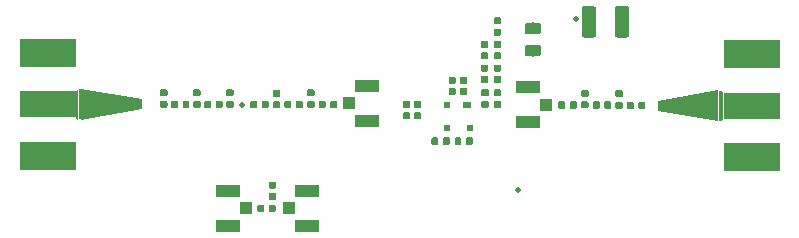
<source format=gbr>
G04 #@! TF.GenerationSoftware,KiCad,Pcbnew,5.1.2-f72e74a~84~ubuntu18.04.1*
G04 #@! TF.CreationDate,2019-08-01T22:55:58-04:00*
G04 #@! TF.ProjectId,iss-lna,6973732d-6c6e-4612-9e6b-696361645f70,rev?*
G04 #@! TF.SameCoordinates,Original*
G04 #@! TF.FileFunction,Paste,Top*
G04 #@! TF.FilePolarity,Positive*
%FSLAX46Y46*%
G04 Gerber Fmt 4.6, Leading zero omitted, Abs format (unit mm)*
G04 Created by KiCad (PCBNEW 5.1.2-f72e74a~84~ubuntu18.04.1) date 2019-08-01 22:55:58*
%MOMM*%
%LPD*%
G04 APERTURE LIST*
%ADD10C,0.500000*%
%ADD11C,0.965200*%
%ADD12C,0.100000*%
%ADD13R,4.830000X2.413000*%
%ADD14R,4.830000X2.286000*%
%ADD15C,0.165100*%
%ADD16R,0.254000X2.616200*%
%ADD17C,0.590000*%
%ADD18R,0.600000X0.600000*%
%ADD19R,0.800000X0.600000*%
%ADD20C,1.250000*%
%ADD21R,2.000000X1.050000*%
%ADD22R,1.050000X1.000000*%
%ADD23C,0.975000*%
G04 APERTURE END LIST*
D10*
X126430000Y-50120000D03*
D11*
X136685000Y-57460000D03*
D12*
G36*
X133345000Y-57930000D02*
G01*
X133345000Y-57070000D01*
X138465000Y-56190000D01*
X138465000Y-58810000D01*
X133345000Y-57930000D01*
X133345000Y-57930000D01*
G37*
D13*
X141300000Y-61881500D03*
D14*
X141300000Y-57500000D03*
D13*
X141300000Y-53118500D03*
D15*
X138802450Y-57500000D03*
D12*
G36*
X138719900Y-56191900D02*
G01*
X138885000Y-56357000D01*
X138885000Y-58643000D01*
X138719900Y-58808100D01*
X138719900Y-56191900D01*
X138719900Y-56191900D01*
G37*
D16*
X138592900Y-57500000D03*
D11*
X86280000Y-57430000D03*
D12*
G36*
X89620000Y-56960000D02*
G01*
X89620000Y-57820000D01*
X84500000Y-58700000D01*
X84500000Y-56080000D01*
X89620000Y-56960000D01*
X89620000Y-56960000D01*
G37*
D13*
X81665000Y-53008500D03*
D14*
X81665000Y-57390000D03*
D13*
X81665000Y-61771500D03*
D15*
X84162550Y-57390000D03*
D12*
G36*
X84245100Y-58698100D02*
G01*
X84080000Y-58533000D01*
X84080000Y-56247000D01*
X84245100Y-56081900D01*
X84245100Y-58698100D01*
X84245100Y-58698100D01*
G37*
D16*
X84372100Y-57390000D03*
D12*
G36*
X119936958Y-57090710D02*
G01*
X119951276Y-57092834D01*
X119965317Y-57096351D01*
X119978946Y-57101228D01*
X119992031Y-57107417D01*
X120004447Y-57114858D01*
X120016073Y-57123481D01*
X120026798Y-57133202D01*
X120036519Y-57143927D01*
X120045142Y-57155553D01*
X120052583Y-57167969D01*
X120058772Y-57181054D01*
X120063649Y-57194683D01*
X120067166Y-57208724D01*
X120069290Y-57223042D01*
X120070000Y-57237500D01*
X120070000Y-57532500D01*
X120069290Y-57546958D01*
X120067166Y-57561276D01*
X120063649Y-57575317D01*
X120058772Y-57588946D01*
X120052583Y-57602031D01*
X120045142Y-57614447D01*
X120036519Y-57626073D01*
X120026798Y-57636798D01*
X120016073Y-57646519D01*
X120004447Y-57655142D01*
X119992031Y-57662583D01*
X119978946Y-57668772D01*
X119965317Y-57673649D01*
X119951276Y-57677166D01*
X119936958Y-57679290D01*
X119922500Y-57680000D01*
X119577500Y-57680000D01*
X119563042Y-57679290D01*
X119548724Y-57677166D01*
X119534683Y-57673649D01*
X119521054Y-57668772D01*
X119507969Y-57662583D01*
X119495553Y-57655142D01*
X119483927Y-57646519D01*
X119473202Y-57636798D01*
X119463481Y-57626073D01*
X119454858Y-57614447D01*
X119447417Y-57602031D01*
X119441228Y-57588946D01*
X119436351Y-57575317D01*
X119432834Y-57561276D01*
X119430710Y-57546958D01*
X119430000Y-57532500D01*
X119430000Y-57237500D01*
X119430710Y-57223042D01*
X119432834Y-57208724D01*
X119436351Y-57194683D01*
X119441228Y-57181054D01*
X119447417Y-57167969D01*
X119454858Y-57155553D01*
X119463481Y-57143927D01*
X119473202Y-57133202D01*
X119483927Y-57123481D01*
X119495553Y-57114858D01*
X119507969Y-57107417D01*
X119521054Y-57101228D01*
X119534683Y-57096351D01*
X119548724Y-57092834D01*
X119563042Y-57090710D01*
X119577500Y-57090000D01*
X119922500Y-57090000D01*
X119936958Y-57090710D01*
X119936958Y-57090710D01*
G37*
D17*
X119750000Y-57385000D03*
D12*
G36*
X119936958Y-56120710D02*
G01*
X119951276Y-56122834D01*
X119965317Y-56126351D01*
X119978946Y-56131228D01*
X119992031Y-56137417D01*
X120004447Y-56144858D01*
X120016073Y-56153481D01*
X120026798Y-56163202D01*
X120036519Y-56173927D01*
X120045142Y-56185553D01*
X120052583Y-56197969D01*
X120058772Y-56211054D01*
X120063649Y-56224683D01*
X120067166Y-56238724D01*
X120069290Y-56253042D01*
X120070000Y-56267500D01*
X120070000Y-56562500D01*
X120069290Y-56576958D01*
X120067166Y-56591276D01*
X120063649Y-56605317D01*
X120058772Y-56618946D01*
X120052583Y-56632031D01*
X120045142Y-56644447D01*
X120036519Y-56656073D01*
X120026798Y-56666798D01*
X120016073Y-56676519D01*
X120004447Y-56685142D01*
X119992031Y-56692583D01*
X119978946Y-56698772D01*
X119965317Y-56703649D01*
X119951276Y-56707166D01*
X119936958Y-56709290D01*
X119922500Y-56710000D01*
X119577500Y-56710000D01*
X119563042Y-56709290D01*
X119548724Y-56707166D01*
X119534683Y-56703649D01*
X119521054Y-56698772D01*
X119507969Y-56692583D01*
X119495553Y-56685142D01*
X119483927Y-56676519D01*
X119473202Y-56666798D01*
X119463481Y-56656073D01*
X119454858Y-56644447D01*
X119447417Y-56632031D01*
X119441228Y-56618946D01*
X119436351Y-56605317D01*
X119432834Y-56591276D01*
X119430710Y-56576958D01*
X119430000Y-56562500D01*
X119430000Y-56267500D01*
X119430710Y-56253042D01*
X119432834Y-56238724D01*
X119436351Y-56224683D01*
X119441228Y-56211054D01*
X119447417Y-56197969D01*
X119454858Y-56185553D01*
X119463481Y-56173927D01*
X119473202Y-56163202D01*
X119483927Y-56153481D01*
X119495553Y-56144858D01*
X119507969Y-56137417D01*
X119521054Y-56131228D01*
X119534683Y-56126351D01*
X119548724Y-56122834D01*
X119563042Y-56120710D01*
X119577500Y-56120000D01*
X119922500Y-56120000D01*
X119936958Y-56120710D01*
X119936958Y-56120710D01*
G37*
D17*
X119750000Y-56415000D03*
D12*
G36*
X114626958Y-60180710D02*
G01*
X114641276Y-60182834D01*
X114655317Y-60186351D01*
X114668946Y-60191228D01*
X114682031Y-60197417D01*
X114694447Y-60204858D01*
X114706073Y-60213481D01*
X114716798Y-60223202D01*
X114726519Y-60233927D01*
X114735142Y-60245553D01*
X114742583Y-60257969D01*
X114748772Y-60271054D01*
X114753649Y-60284683D01*
X114757166Y-60298724D01*
X114759290Y-60313042D01*
X114760000Y-60327500D01*
X114760000Y-60672500D01*
X114759290Y-60686958D01*
X114757166Y-60701276D01*
X114753649Y-60715317D01*
X114748772Y-60728946D01*
X114742583Y-60742031D01*
X114735142Y-60754447D01*
X114726519Y-60766073D01*
X114716798Y-60776798D01*
X114706073Y-60786519D01*
X114694447Y-60795142D01*
X114682031Y-60802583D01*
X114668946Y-60808772D01*
X114655317Y-60813649D01*
X114641276Y-60817166D01*
X114626958Y-60819290D01*
X114612500Y-60820000D01*
X114317500Y-60820000D01*
X114303042Y-60819290D01*
X114288724Y-60817166D01*
X114274683Y-60813649D01*
X114261054Y-60808772D01*
X114247969Y-60802583D01*
X114235553Y-60795142D01*
X114223927Y-60786519D01*
X114213202Y-60776798D01*
X114203481Y-60766073D01*
X114194858Y-60754447D01*
X114187417Y-60742031D01*
X114181228Y-60728946D01*
X114176351Y-60715317D01*
X114172834Y-60701276D01*
X114170710Y-60686958D01*
X114170000Y-60672500D01*
X114170000Y-60327500D01*
X114170710Y-60313042D01*
X114172834Y-60298724D01*
X114176351Y-60284683D01*
X114181228Y-60271054D01*
X114187417Y-60257969D01*
X114194858Y-60245553D01*
X114203481Y-60233927D01*
X114213202Y-60223202D01*
X114223927Y-60213481D01*
X114235553Y-60204858D01*
X114247969Y-60197417D01*
X114261054Y-60191228D01*
X114274683Y-60186351D01*
X114288724Y-60182834D01*
X114303042Y-60180710D01*
X114317500Y-60180000D01*
X114612500Y-60180000D01*
X114626958Y-60180710D01*
X114626958Y-60180710D01*
G37*
D17*
X114465000Y-60500000D03*
D12*
G36*
X115596958Y-60180710D02*
G01*
X115611276Y-60182834D01*
X115625317Y-60186351D01*
X115638946Y-60191228D01*
X115652031Y-60197417D01*
X115664447Y-60204858D01*
X115676073Y-60213481D01*
X115686798Y-60223202D01*
X115696519Y-60233927D01*
X115705142Y-60245553D01*
X115712583Y-60257969D01*
X115718772Y-60271054D01*
X115723649Y-60284683D01*
X115727166Y-60298724D01*
X115729290Y-60313042D01*
X115730000Y-60327500D01*
X115730000Y-60672500D01*
X115729290Y-60686958D01*
X115727166Y-60701276D01*
X115723649Y-60715317D01*
X115718772Y-60728946D01*
X115712583Y-60742031D01*
X115705142Y-60754447D01*
X115696519Y-60766073D01*
X115686798Y-60776798D01*
X115676073Y-60786519D01*
X115664447Y-60795142D01*
X115652031Y-60802583D01*
X115638946Y-60808772D01*
X115625317Y-60813649D01*
X115611276Y-60817166D01*
X115596958Y-60819290D01*
X115582500Y-60820000D01*
X115287500Y-60820000D01*
X115273042Y-60819290D01*
X115258724Y-60817166D01*
X115244683Y-60813649D01*
X115231054Y-60808772D01*
X115217969Y-60802583D01*
X115205553Y-60795142D01*
X115193927Y-60786519D01*
X115183202Y-60776798D01*
X115173481Y-60766073D01*
X115164858Y-60754447D01*
X115157417Y-60742031D01*
X115151228Y-60728946D01*
X115146351Y-60715317D01*
X115142834Y-60701276D01*
X115140710Y-60686958D01*
X115140000Y-60672500D01*
X115140000Y-60327500D01*
X115140710Y-60313042D01*
X115142834Y-60298724D01*
X115146351Y-60284683D01*
X115151228Y-60271054D01*
X115157417Y-60257969D01*
X115164858Y-60245553D01*
X115173481Y-60233927D01*
X115183202Y-60223202D01*
X115193927Y-60213481D01*
X115205553Y-60204858D01*
X115217969Y-60197417D01*
X115231054Y-60191228D01*
X115244683Y-60186351D01*
X115258724Y-60182834D01*
X115273042Y-60180710D01*
X115287500Y-60180000D01*
X115582500Y-60180000D01*
X115596958Y-60180710D01*
X115596958Y-60180710D01*
G37*
D17*
X115435000Y-60500000D03*
D12*
G36*
X117546958Y-60180710D02*
G01*
X117561276Y-60182834D01*
X117575317Y-60186351D01*
X117588946Y-60191228D01*
X117602031Y-60197417D01*
X117614447Y-60204858D01*
X117626073Y-60213481D01*
X117636798Y-60223202D01*
X117646519Y-60233927D01*
X117655142Y-60245553D01*
X117662583Y-60257969D01*
X117668772Y-60271054D01*
X117673649Y-60284683D01*
X117677166Y-60298724D01*
X117679290Y-60313042D01*
X117680000Y-60327500D01*
X117680000Y-60672500D01*
X117679290Y-60686958D01*
X117677166Y-60701276D01*
X117673649Y-60715317D01*
X117668772Y-60728946D01*
X117662583Y-60742031D01*
X117655142Y-60754447D01*
X117646519Y-60766073D01*
X117636798Y-60776798D01*
X117626073Y-60786519D01*
X117614447Y-60795142D01*
X117602031Y-60802583D01*
X117588946Y-60808772D01*
X117575317Y-60813649D01*
X117561276Y-60817166D01*
X117546958Y-60819290D01*
X117532500Y-60820000D01*
X117237500Y-60820000D01*
X117223042Y-60819290D01*
X117208724Y-60817166D01*
X117194683Y-60813649D01*
X117181054Y-60808772D01*
X117167969Y-60802583D01*
X117155553Y-60795142D01*
X117143927Y-60786519D01*
X117133202Y-60776798D01*
X117123481Y-60766073D01*
X117114858Y-60754447D01*
X117107417Y-60742031D01*
X117101228Y-60728946D01*
X117096351Y-60715317D01*
X117092834Y-60701276D01*
X117090710Y-60686958D01*
X117090000Y-60672500D01*
X117090000Y-60327500D01*
X117090710Y-60313042D01*
X117092834Y-60298724D01*
X117096351Y-60284683D01*
X117101228Y-60271054D01*
X117107417Y-60257969D01*
X117114858Y-60245553D01*
X117123481Y-60233927D01*
X117133202Y-60223202D01*
X117143927Y-60213481D01*
X117155553Y-60204858D01*
X117167969Y-60197417D01*
X117181054Y-60191228D01*
X117194683Y-60186351D01*
X117208724Y-60182834D01*
X117223042Y-60180710D01*
X117237500Y-60180000D01*
X117532500Y-60180000D01*
X117546958Y-60180710D01*
X117546958Y-60180710D01*
G37*
D17*
X117385000Y-60500000D03*
D12*
G36*
X116576958Y-60180710D02*
G01*
X116591276Y-60182834D01*
X116605317Y-60186351D01*
X116618946Y-60191228D01*
X116632031Y-60197417D01*
X116644447Y-60204858D01*
X116656073Y-60213481D01*
X116666798Y-60223202D01*
X116676519Y-60233927D01*
X116685142Y-60245553D01*
X116692583Y-60257969D01*
X116698772Y-60271054D01*
X116703649Y-60284683D01*
X116707166Y-60298724D01*
X116709290Y-60313042D01*
X116710000Y-60327500D01*
X116710000Y-60672500D01*
X116709290Y-60686958D01*
X116707166Y-60701276D01*
X116703649Y-60715317D01*
X116698772Y-60728946D01*
X116692583Y-60742031D01*
X116685142Y-60754447D01*
X116676519Y-60766073D01*
X116666798Y-60776798D01*
X116656073Y-60786519D01*
X116644447Y-60795142D01*
X116632031Y-60802583D01*
X116618946Y-60808772D01*
X116605317Y-60813649D01*
X116591276Y-60817166D01*
X116576958Y-60819290D01*
X116562500Y-60820000D01*
X116267500Y-60820000D01*
X116253042Y-60819290D01*
X116238724Y-60817166D01*
X116224683Y-60813649D01*
X116211054Y-60808772D01*
X116197969Y-60802583D01*
X116185553Y-60795142D01*
X116173927Y-60786519D01*
X116163202Y-60776798D01*
X116153481Y-60766073D01*
X116144858Y-60754447D01*
X116137417Y-60742031D01*
X116131228Y-60728946D01*
X116126351Y-60715317D01*
X116122834Y-60701276D01*
X116120710Y-60686958D01*
X116120000Y-60672500D01*
X116120000Y-60327500D01*
X116120710Y-60313042D01*
X116122834Y-60298724D01*
X116126351Y-60284683D01*
X116131228Y-60271054D01*
X116137417Y-60257969D01*
X116144858Y-60245553D01*
X116153481Y-60233927D01*
X116163202Y-60223202D01*
X116173927Y-60213481D01*
X116185553Y-60204858D01*
X116197969Y-60197417D01*
X116211054Y-60191228D01*
X116224683Y-60186351D01*
X116238724Y-60182834D01*
X116253042Y-60180710D01*
X116267500Y-60180000D01*
X116562500Y-60180000D01*
X116576958Y-60180710D01*
X116576958Y-60180710D01*
G37*
D17*
X116415000Y-60500000D03*
D10*
X121500000Y-64650000D03*
X98100000Y-57400000D03*
D12*
G36*
X99876958Y-65880710D02*
G01*
X99891276Y-65882834D01*
X99905317Y-65886351D01*
X99918946Y-65891228D01*
X99932031Y-65897417D01*
X99944447Y-65904858D01*
X99956073Y-65913481D01*
X99966798Y-65923202D01*
X99976519Y-65933927D01*
X99985142Y-65945553D01*
X99992583Y-65957969D01*
X99998772Y-65971054D01*
X100003649Y-65984683D01*
X100007166Y-65998724D01*
X100009290Y-66013042D01*
X100010000Y-66027500D01*
X100010000Y-66372500D01*
X100009290Y-66386958D01*
X100007166Y-66401276D01*
X100003649Y-66415317D01*
X99998772Y-66428946D01*
X99992583Y-66442031D01*
X99985142Y-66454447D01*
X99976519Y-66466073D01*
X99966798Y-66476798D01*
X99956073Y-66486519D01*
X99944447Y-66495142D01*
X99932031Y-66502583D01*
X99918946Y-66508772D01*
X99905317Y-66513649D01*
X99891276Y-66517166D01*
X99876958Y-66519290D01*
X99862500Y-66520000D01*
X99567500Y-66520000D01*
X99553042Y-66519290D01*
X99538724Y-66517166D01*
X99524683Y-66513649D01*
X99511054Y-66508772D01*
X99497969Y-66502583D01*
X99485553Y-66495142D01*
X99473927Y-66486519D01*
X99463202Y-66476798D01*
X99453481Y-66466073D01*
X99444858Y-66454447D01*
X99437417Y-66442031D01*
X99431228Y-66428946D01*
X99426351Y-66415317D01*
X99422834Y-66401276D01*
X99420710Y-66386958D01*
X99420000Y-66372500D01*
X99420000Y-66027500D01*
X99420710Y-66013042D01*
X99422834Y-65998724D01*
X99426351Y-65984683D01*
X99431228Y-65971054D01*
X99437417Y-65957969D01*
X99444858Y-65945553D01*
X99453481Y-65933927D01*
X99463202Y-65923202D01*
X99473927Y-65913481D01*
X99485553Y-65904858D01*
X99497969Y-65897417D01*
X99511054Y-65891228D01*
X99524683Y-65886351D01*
X99538724Y-65882834D01*
X99553042Y-65880710D01*
X99567500Y-65880000D01*
X99862500Y-65880000D01*
X99876958Y-65880710D01*
X99876958Y-65880710D01*
G37*
D17*
X99715000Y-66200000D03*
D12*
G36*
X100846958Y-65880710D02*
G01*
X100861276Y-65882834D01*
X100875317Y-65886351D01*
X100888946Y-65891228D01*
X100902031Y-65897417D01*
X100914447Y-65904858D01*
X100926073Y-65913481D01*
X100936798Y-65923202D01*
X100946519Y-65933927D01*
X100955142Y-65945553D01*
X100962583Y-65957969D01*
X100968772Y-65971054D01*
X100973649Y-65984683D01*
X100977166Y-65998724D01*
X100979290Y-66013042D01*
X100980000Y-66027500D01*
X100980000Y-66372500D01*
X100979290Y-66386958D01*
X100977166Y-66401276D01*
X100973649Y-66415317D01*
X100968772Y-66428946D01*
X100962583Y-66442031D01*
X100955142Y-66454447D01*
X100946519Y-66466073D01*
X100936798Y-66476798D01*
X100926073Y-66486519D01*
X100914447Y-66495142D01*
X100902031Y-66502583D01*
X100888946Y-66508772D01*
X100875317Y-66513649D01*
X100861276Y-66517166D01*
X100846958Y-66519290D01*
X100832500Y-66520000D01*
X100537500Y-66520000D01*
X100523042Y-66519290D01*
X100508724Y-66517166D01*
X100494683Y-66513649D01*
X100481054Y-66508772D01*
X100467969Y-66502583D01*
X100455553Y-66495142D01*
X100443927Y-66486519D01*
X100433202Y-66476798D01*
X100423481Y-66466073D01*
X100414858Y-66454447D01*
X100407417Y-66442031D01*
X100401228Y-66428946D01*
X100396351Y-66415317D01*
X100392834Y-66401276D01*
X100390710Y-66386958D01*
X100390000Y-66372500D01*
X100390000Y-66027500D01*
X100390710Y-66013042D01*
X100392834Y-65998724D01*
X100396351Y-65984683D01*
X100401228Y-65971054D01*
X100407417Y-65957969D01*
X100414858Y-65945553D01*
X100423481Y-65933927D01*
X100433202Y-65923202D01*
X100443927Y-65913481D01*
X100455553Y-65904858D01*
X100467969Y-65897417D01*
X100481054Y-65891228D01*
X100494683Y-65886351D01*
X100508724Y-65882834D01*
X100523042Y-65880710D01*
X100537500Y-65880000D01*
X100832500Y-65880000D01*
X100846958Y-65880710D01*
X100846958Y-65880710D01*
G37*
D17*
X100685000Y-66200000D03*
D12*
G36*
X100886958Y-63920710D02*
G01*
X100901276Y-63922834D01*
X100915317Y-63926351D01*
X100928946Y-63931228D01*
X100942031Y-63937417D01*
X100954447Y-63944858D01*
X100966073Y-63953481D01*
X100976798Y-63963202D01*
X100986519Y-63973927D01*
X100995142Y-63985553D01*
X101002583Y-63997969D01*
X101008772Y-64011054D01*
X101013649Y-64024683D01*
X101017166Y-64038724D01*
X101019290Y-64053042D01*
X101020000Y-64067500D01*
X101020000Y-64362500D01*
X101019290Y-64376958D01*
X101017166Y-64391276D01*
X101013649Y-64405317D01*
X101008772Y-64418946D01*
X101002583Y-64432031D01*
X100995142Y-64444447D01*
X100986519Y-64456073D01*
X100976798Y-64466798D01*
X100966073Y-64476519D01*
X100954447Y-64485142D01*
X100942031Y-64492583D01*
X100928946Y-64498772D01*
X100915317Y-64503649D01*
X100901276Y-64507166D01*
X100886958Y-64509290D01*
X100872500Y-64510000D01*
X100527500Y-64510000D01*
X100513042Y-64509290D01*
X100498724Y-64507166D01*
X100484683Y-64503649D01*
X100471054Y-64498772D01*
X100457969Y-64492583D01*
X100445553Y-64485142D01*
X100433927Y-64476519D01*
X100423202Y-64466798D01*
X100413481Y-64456073D01*
X100404858Y-64444447D01*
X100397417Y-64432031D01*
X100391228Y-64418946D01*
X100386351Y-64405317D01*
X100382834Y-64391276D01*
X100380710Y-64376958D01*
X100380000Y-64362500D01*
X100380000Y-64067500D01*
X100380710Y-64053042D01*
X100382834Y-64038724D01*
X100386351Y-64024683D01*
X100391228Y-64011054D01*
X100397417Y-63997969D01*
X100404858Y-63985553D01*
X100413481Y-63973927D01*
X100423202Y-63963202D01*
X100433927Y-63953481D01*
X100445553Y-63944858D01*
X100457969Y-63937417D01*
X100471054Y-63931228D01*
X100484683Y-63926351D01*
X100498724Y-63922834D01*
X100513042Y-63920710D01*
X100527500Y-63920000D01*
X100872500Y-63920000D01*
X100886958Y-63920710D01*
X100886958Y-63920710D01*
G37*
D17*
X100700000Y-64215000D03*
D12*
G36*
X100886958Y-64890710D02*
G01*
X100901276Y-64892834D01*
X100915317Y-64896351D01*
X100928946Y-64901228D01*
X100942031Y-64907417D01*
X100954447Y-64914858D01*
X100966073Y-64923481D01*
X100976798Y-64933202D01*
X100986519Y-64943927D01*
X100995142Y-64955553D01*
X101002583Y-64967969D01*
X101008772Y-64981054D01*
X101013649Y-64994683D01*
X101017166Y-65008724D01*
X101019290Y-65023042D01*
X101020000Y-65037500D01*
X101020000Y-65332500D01*
X101019290Y-65346958D01*
X101017166Y-65361276D01*
X101013649Y-65375317D01*
X101008772Y-65388946D01*
X101002583Y-65402031D01*
X100995142Y-65414447D01*
X100986519Y-65426073D01*
X100976798Y-65436798D01*
X100966073Y-65446519D01*
X100954447Y-65455142D01*
X100942031Y-65462583D01*
X100928946Y-65468772D01*
X100915317Y-65473649D01*
X100901276Y-65477166D01*
X100886958Y-65479290D01*
X100872500Y-65480000D01*
X100527500Y-65480000D01*
X100513042Y-65479290D01*
X100498724Y-65477166D01*
X100484683Y-65473649D01*
X100471054Y-65468772D01*
X100457969Y-65462583D01*
X100445553Y-65455142D01*
X100433927Y-65446519D01*
X100423202Y-65436798D01*
X100413481Y-65426073D01*
X100404858Y-65414447D01*
X100397417Y-65402031D01*
X100391228Y-65388946D01*
X100386351Y-65375317D01*
X100382834Y-65361276D01*
X100380710Y-65346958D01*
X100380000Y-65332500D01*
X100380000Y-65037500D01*
X100380710Y-65023042D01*
X100382834Y-65008724D01*
X100386351Y-64994683D01*
X100391228Y-64981054D01*
X100397417Y-64967969D01*
X100404858Y-64955553D01*
X100413481Y-64943927D01*
X100423202Y-64933202D01*
X100433927Y-64923481D01*
X100445553Y-64914858D01*
X100457969Y-64907417D01*
X100471054Y-64901228D01*
X100484683Y-64896351D01*
X100498724Y-64892834D01*
X100513042Y-64890710D01*
X100527500Y-64890000D01*
X100872500Y-64890000D01*
X100886958Y-64890710D01*
X100886958Y-64890710D01*
G37*
D17*
X100700000Y-65185000D03*
D12*
G36*
X119936958Y-50990710D02*
G01*
X119951276Y-50992834D01*
X119965317Y-50996351D01*
X119978946Y-51001228D01*
X119992031Y-51007417D01*
X120004447Y-51014858D01*
X120016073Y-51023481D01*
X120026798Y-51033202D01*
X120036519Y-51043927D01*
X120045142Y-51055553D01*
X120052583Y-51067969D01*
X120058772Y-51081054D01*
X120063649Y-51094683D01*
X120067166Y-51108724D01*
X120069290Y-51123042D01*
X120070000Y-51137500D01*
X120070000Y-51432500D01*
X120069290Y-51446958D01*
X120067166Y-51461276D01*
X120063649Y-51475317D01*
X120058772Y-51488946D01*
X120052583Y-51502031D01*
X120045142Y-51514447D01*
X120036519Y-51526073D01*
X120026798Y-51536798D01*
X120016073Y-51546519D01*
X120004447Y-51555142D01*
X119992031Y-51562583D01*
X119978946Y-51568772D01*
X119965317Y-51573649D01*
X119951276Y-51577166D01*
X119936958Y-51579290D01*
X119922500Y-51580000D01*
X119577500Y-51580000D01*
X119563042Y-51579290D01*
X119548724Y-51577166D01*
X119534683Y-51573649D01*
X119521054Y-51568772D01*
X119507969Y-51562583D01*
X119495553Y-51555142D01*
X119483927Y-51546519D01*
X119473202Y-51536798D01*
X119463481Y-51526073D01*
X119454858Y-51514447D01*
X119447417Y-51502031D01*
X119441228Y-51488946D01*
X119436351Y-51475317D01*
X119432834Y-51461276D01*
X119430710Y-51446958D01*
X119430000Y-51432500D01*
X119430000Y-51137500D01*
X119430710Y-51123042D01*
X119432834Y-51108724D01*
X119436351Y-51094683D01*
X119441228Y-51081054D01*
X119447417Y-51067969D01*
X119454858Y-51055553D01*
X119463481Y-51043927D01*
X119473202Y-51033202D01*
X119483927Y-51023481D01*
X119495553Y-51014858D01*
X119507969Y-51007417D01*
X119521054Y-51001228D01*
X119534683Y-50996351D01*
X119548724Y-50992834D01*
X119563042Y-50990710D01*
X119577500Y-50990000D01*
X119922500Y-50990000D01*
X119936958Y-50990710D01*
X119936958Y-50990710D01*
G37*
D17*
X119750000Y-51285000D03*
D12*
G36*
X119936958Y-50020710D02*
G01*
X119951276Y-50022834D01*
X119965317Y-50026351D01*
X119978946Y-50031228D01*
X119992031Y-50037417D01*
X120004447Y-50044858D01*
X120016073Y-50053481D01*
X120026798Y-50063202D01*
X120036519Y-50073927D01*
X120045142Y-50085553D01*
X120052583Y-50097969D01*
X120058772Y-50111054D01*
X120063649Y-50124683D01*
X120067166Y-50138724D01*
X120069290Y-50153042D01*
X120070000Y-50167500D01*
X120070000Y-50462500D01*
X120069290Y-50476958D01*
X120067166Y-50491276D01*
X120063649Y-50505317D01*
X120058772Y-50518946D01*
X120052583Y-50532031D01*
X120045142Y-50544447D01*
X120036519Y-50556073D01*
X120026798Y-50566798D01*
X120016073Y-50576519D01*
X120004447Y-50585142D01*
X119992031Y-50592583D01*
X119978946Y-50598772D01*
X119965317Y-50603649D01*
X119951276Y-50607166D01*
X119936958Y-50609290D01*
X119922500Y-50610000D01*
X119577500Y-50610000D01*
X119563042Y-50609290D01*
X119548724Y-50607166D01*
X119534683Y-50603649D01*
X119521054Y-50598772D01*
X119507969Y-50592583D01*
X119495553Y-50585142D01*
X119483927Y-50576519D01*
X119473202Y-50566798D01*
X119463481Y-50556073D01*
X119454858Y-50544447D01*
X119447417Y-50532031D01*
X119441228Y-50518946D01*
X119436351Y-50505317D01*
X119432834Y-50491276D01*
X119430710Y-50476958D01*
X119430000Y-50462500D01*
X119430000Y-50167500D01*
X119430710Y-50153042D01*
X119432834Y-50138724D01*
X119436351Y-50124683D01*
X119441228Y-50111054D01*
X119447417Y-50097969D01*
X119454858Y-50085553D01*
X119463481Y-50073927D01*
X119473202Y-50063202D01*
X119483927Y-50053481D01*
X119495553Y-50044858D01*
X119507969Y-50037417D01*
X119521054Y-50031228D01*
X119534683Y-50026351D01*
X119548724Y-50022834D01*
X119563042Y-50020710D01*
X119577500Y-50020000D01*
X119922500Y-50020000D01*
X119936958Y-50020710D01*
X119936958Y-50020710D01*
G37*
D17*
X119750000Y-50315000D03*
D12*
G36*
X125361958Y-57130710D02*
G01*
X125376276Y-57132834D01*
X125390317Y-57136351D01*
X125403946Y-57141228D01*
X125417031Y-57147417D01*
X125429447Y-57154858D01*
X125441073Y-57163481D01*
X125451798Y-57173202D01*
X125461519Y-57183927D01*
X125470142Y-57195553D01*
X125477583Y-57207969D01*
X125483772Y-57221054D01*
X125488649Y-57234683D01*
X125492166Y-57248724D01*
X125494290Y-57263042D01*
X125495000Y-57277500D01*
X125495000Y-57622500D01*
X125494290Y-57636958D01*
X125492166Y-57651276D01*
X125488649Y-57665317D01*
X125483772Y-57678946D01*
X125477583Y-57692031D01*
X125470142Y-57704447D01*
X125461519Y-57716073D01*
X125451798Y-57726798D01*
X125441073Y-57736519D01*
X125429447Y-57745142D01*
X125417031Y-57752583D01*
X125403946Y-57758772D01*
X125390317Y-57763649D01*
X125376276Y-57767166D01*
X125361958Y-57769290D01*
X125347500Y-57770000D01*
X125052500Y-57770000D01*
X125038042Y-57769290D01*
X125023724Y-57767166D01*
X125009683Y-57763649D01*
X124996054Y-57758772D01*
X124982969Y-57752583D01*
X124970553Y-57745142D01*
X124958927Y-57736519D01*
X124948202Y-57726798D01*
X124938481Y-57716073D01*
X124929858Y-57704447D01*
X124922417Y-57692031D01*
X124916228Y-57678946D01*
X124911351Y-57665317D01*
X124907834Y-57651276D01*
X124905710Y-57636958D01*
X124905000Y-57622500D01*
X124905000Y-57277500D01*
X124905710Y-57263042D01*
X124907834Y-57248724D01*
X124911351Y-57234683D01*
X124916228Y-57221054D01*
X124922417Y-57207969D01*
X124929858Y-57195553D01*
X124938481Y-57183927D01*
X124948202Y-57173202D01*
X124958927Y-57163481D01*
X124970553Y-57154858D01*
X124982969Y-57147417D01*
X124996054Y-57141228D01*
X125009683Y-57136351D01*
X125023724Y-57132834D01*
X125038042Y-57130710D01*
X125052500Y-57130000D01*
X125347500Y-57130000D01*
X125361958Y-57130710D01*
X125361958Y-57130710D01*
G37*
D17*
X125200000Y-57450000D03*
D12*
G36*
X126331958Y-57130710D02*
G01*
X126346276Y-57132834D01*
X126360317Y-57136351D01*
X126373946Y-57141228D01*
X126387031Y-57147417D01*
X126399447Y-57154858D01*
X126411073Y-57163481D01*
X126421798Y-57173202D01*
X126431519Y-57183927D01*
X126440142Y-57195553D01*
X126447583Y-57207969D01*
X126453772Y-57221054D01*
X126458649Y-57234683D01*
X126462166Y-57248724D01*
X126464290Y-57263042D01*
X126465000Y-57277500D01*
X126465000Y-57622500D01*
X126464290Y-57636958D01*
X126462166Y-57651276D01*
X126458649Y-57665317D01*
X126453772Y-57678946D01*
X126447583Y-57692031D01*
X126440142Y-57704447D01*
X126431519Y-57716073D01*
X126421798Y-57726798D01*
X126411073Y-57736519D01*
X126399447Y-57745142D01*
X126387031Y-57752583D01*
X126373946Y-57758772D01*
X126360317Y-57763649D01*
X126346276Y-57767166D01*
X126331958Y-57769290D01*
X126317500Y-57770000D01*
X126022500Y-57770000D01*
X126008042Y-57769290D01*
X125993724Y-57767166D01*
X125979683Y-57763649D01*
X125966054Y-57758772D01*
X125952969Y-57752583D01*
X125940553Y-57745142D01*
X125928927Y-57736519D01*
X125918202Y-57726798D01*
X125908481Y-57716073D01*
X125899858Y-57704447D01*
X125892417Y-57692031D01*
X125886228Y-57678946D01*
X125881351Y-57665317D01*
X125877834Y-57651276D01*
X125875710Y-57636958D01*
X125875000Y-57622500D01*
X125875000Y-57277500D01*
X125875710Y-57263042D01*
X125877834Y-57248724D01*
X125881351Y-57234683D01*
X125886228Y-57221054D01*
X125892417Y-57207969D01*
X125899858Y-57195553D01*
X125908481Y-57183927D01*
X125918202Y-57173202D01*
X125928927Y-57163481D01*
X125940553Y-57154858D01*
X125952969Y-57147417D01*
X125966054Y-57141228D01*
X125979683Y-57136351D01*
X125993724Y-57132834D01*
X126008042Y-57130710D01*
X126022500Y-57130000D01*
X126317500Y-57130000D01*
X126331958Y-57130710D01*
X126331958Y-57130710D01*
G37*
D17*
X126170000Y-57450000D03*
D12*
G36*
X119936958Y-54990710D02*
G01*
X119951276Y-54992834D01*
X119965317Y-54996351D01*
X119978946Y-55001228D01*
X119992031Y-55007417D01*
X120004447Y-55014858D01*
X120016073Y-55023481D01*
X120026798Y-55033202D01*
X120036519Y-55043927D01*
X120045142Y-55055553D01*
X120052583Y-55067969D01*
X120058772Y-55081054D01*
X120063649Y-55094683D01*
X120067166Y-55108724D01*
X120069290Y-55123042D01*
X120070000Y-55137500D01*
X120070000Y-55432500D01*
X120069290Y-55446958D01*
X120067166Y-55461276D01*
X120063649Y-55475317D01*
X120058772Y-55488946D01*
X120052583Y-55502031D01*
X120045142Y-55514447D01*
X120036519Y-55526073D01*
X120026798Y-55536798D01*
X120016073Y-55546519D01*
X120004447Y-55555142D01*
X119992031Y-55562583D01*
X119978946Y-55568772D01*
X119965317Y-55573649D01*
X119951276Y-55577166D01*
X119936958Y-55579290D01*
X119922500Y-55580000D01*
X119577500Y-55580000D01*
X119563042Y-55579290D01*
X119548724Y-55577166D01*
X119534683Y-55573649D01*
X119521054Y-55568772D01*
X119507969Y-55562583D01*
X119495553Y-55555142D01*
X119483927Y-55546519D01*
X119473202Y-55536798D01*
X119463481Y-55526073D01*
X119454858Y-55514447D01*
X119447417Y-55502031D01*
X119441228Y-55488946D01*
X119436351Y-55475317D01*
X119432834Y-55461276D01*
X119430710Y-55446958D01*
X119430000Y-55432500D01*
X119430000Y-55137500D01*
X119430710Y-55123042D01*
X119432834Y-55108724D01*
X119436351Y-55094683D01*
X119441228Y-55081054D01*
X119447417Y-55067969D01*
X119454858Y-55055553D01*
X119463481Y-55043927D01*
X119473202Y-55033202D01*
X119483927Y-55023481D01*
X119495553Y-55014858D01*
X119507969Y-55007417D01*
X119521054Y-55001228D01*
X119534683Y-54996351D01*
X119548724Y-54992834D01*
X119563042Y-54990710D01*
X119577500Y-54990000D01*
X119922500Y-54990000D01*
X119936958Y-54990710D01*
X119936958Y-54990710D01*
G37*
D17*
X119750000Y-55285000D03*
D12*
G36*
X119936958Y-54020710D02*
G01*
X119951276Y-54022834D01*
X119965317Y-54026351D01*
X119978946Y-54031228D01*
X119992031Y-54037417D01*
X120004447Y-54044858D01*
X120016073Y-54053481D01*
X120026798Y-54063202D01*
X120036519Y-54073927D01*
X120045142Y-54085553D01*
X120052583Y-54097969D01*
X120058772Y-54111054D01*
X120063649Y-54124683D01*
X120067166Y-54138724D01*
X120069290Y-54153042D01*
X120070000Y-54167500D01*
X120070000Y-54462500D01*
X120069290Y-54476958D01*
X120067166Y-54491276D01*
X120063649Y-54505317D01*
X120058772Y-54518946D01*
X120052583Y-54532031D01*
X120045142Y-54544447D01*
X120036519Y-54556073D01*
X120026798Y-54566798D01*
X120016073Y-54576519D01*
X120004447Y-54585142D01*
X119992031Y-54592583D01*
X119978946Y-54598772D01*
X119965317Y-54603649D01*
X119951276Y-54607166D01*
X119936958Y-54609290D01*
X119922500Y-54610000D01*
X119577500Y-54610000D01*
X119563042Y-54609290D01*
X119548724Y-54607166D01*
X119534683Y-54603649D01*
X119521054Y-54598772D01*
X119507969Y-54592583D01*
X119495553Y-54585142D01*
X119483927Y-54576519D01*
X119473202Y-54566798D01*
X119463481Y-54556073D01*
X119454858Y-54544447D01*
X119447417Y-54532031D01*
X119441228Y-54518946D01*
X119436351Y-54505317D01*
X119432834Y-54491276D01*
X119430710Y-54476958D01*
X119430000Y-54462500D01*
X119430000Y-54167500D01*
X119430710Y-54153042D01*
X119432834Y-54138724D01*
X119436351Y-54124683D01*
X119441228Y-54111054D01*
X119447417Y-54097969D01*
X119454858Y-54085553D01*
X119463481Y-54073927D01*
X119473202Y-54063202D01*
X119483927Y-54053481D01*
X119495553Y-54044858D01*
X119507969Y-54037417D01*
X119521054Y-54031228D01*
X119534683Y-54026351D01*
X119548724Y-54022834D01*
X119563042Y-54020710D01*
X119577500Y-54020000D01*
X119922500Y-54020000D01*
X119936958Y-54020710D01*
X119936958Y-54020710D01*
G37*
D17*
X119750000Y-54315000D03*
D12*
G36*
X112236958Y-58070710D02*
G01*
X112251276Y-58072834D01*
X112265317Y-58076351D01*
X112278946Y-58081228D01*
X112292031Y-58087417D01*
X112304447Y-58094858D01*
X112316073Y-58103481D01*
X112326798Y-58113202D01*
X112336519Y-58123927D01*
X112345142Y-58135553D01*
X112352583Y-58147969D01*
X112358772Y-58161054D01*
X112363649Y-58174683D01*
X112367166Y-58188724D01*
X112369290Y-58203042D01*
X112370000Y-58217500D01*
X112370000Y-58512500D01*
X112369290Y-58526958D01*
X112367166Y-58541276D01*
X112363649Y-58555317D01*
X112358772Y-58568946D01*
X112352583Y-58582031D01*
X112345142Y-58594447D01*
X112336519Y-58606073D01*
X112326798Y-58616798D01*
X112316073Y-58626519D01*
X112304447Y-58635142D01*
X112292031Y-58642583D01*
X112278946Y-58648772D01*
X112265317Y-58653649D01*
X112251276Y-58657166D01*
X112236958Y-58659290D01*
X112222500Y-58660000D01*
X111877500Y-58660000D01*
X111863042Y-58659290D01*
X111848724Y-58657166D01*
X111834683Y-58653649D01*
X111821054Y-58648772D01*
X111807969Y-58642583D01*
X111795553Y-58635142D01*
X111783927Y-58626519D01*
X111773202Y-58616798D01*
X111763481Y-58606073D01*
X111754858Y-58594447D01*
X111747417Y-58582031D01*
X111741228Y-58568946D01*
X111736351Y-58555317D01*
X111732834Y-58541276D01*
X111730710Y-58526958D01*
X111730000Y-58512500D01*
X111730000Y-58217500D01*
X111730710Y-58203042D01*
X111732834Y-58188724D01*
X111736351Y-58174683D01*
X111741228Y-58161054D01*
X111747417Y-58147969D01*
X111754858Y-58135553D01*
X111763481Y-58123927D01*
X111773202Y-58113202D01*
X111783927Y-58103481D01*
X111795553Y-58094858D01*
X111807969Y-58087417D01*
X111821054Y-58081228D01*
X111834683Y-58076351D01*
X111848724Y-58072834D01*
X111863042Y-58070710D01*
X111877500Y-58070000D01*
X112222500Y-58070000D01*
X112236958Y-58070710D01*
X112236958Y-58070710D01*
G37*
D17*
X112050000Y-58365000D03*
D12*
G36*
X112236958Y-57100710D02*
G01*
X112251276Y-57102834D01*
X112265317Y-57106351D01*
X112278946Y-57111228D01*
X112292031Y-57117417D01*
X112304447Y-57124858D01*
X112316073Y-57133481D01*
X112326798Y-57143202D01*
X112336519Y-57153927D01*
X112345142Y-57165553D01*
X112352583Y-57177969D01*
X112358772Y-57191054D01*
X112363649Y-57204683D01*
X112367166Y-57218724D01*
X112369290Y-57233042D01*
X112370000Y-57247500D01*
X112370000Y-57542500D01*
X112369290Y-57556958D01*
X112367166Y-57571276D01*
X112363649Y-57585317D01*
X112358772Y-57598946D01*
X112352583Y-57612031D01*
X112345142Y-57624447D01*
X112336519Y-57636073D01*
X112326798Y-57646798D01*
X112316073Y-57656519D01*
X112304447Y-57665142D01*
X112292031Y-57672583D01*
X112278946Y-57678772D01*
X112265317Y-57683649D01*
X112251276Y-57687166D01*
X112236958Y-57689290D01*
X112222500Y-57690000D01*
X111877500Y-57690000D01*
X111863042Y-57689290D01*
X111848724Y-57687166D01*
X111834683Y-57683649D01*
X111821054Y-57678772D01*
X111807969Y-57672583D01*
X111795553Y-57665142D01*
X111783927Y-57656519D01*
X111773202Y-57646798D01*
X111763481Y-57636073D01*
X111754858Y-57624447D01*
X111747417Y-57612031D01*
X111741228Y-57598946D01*
X111736351Y-57585317D01*
X111732834Y-57571276D01*
X111730710Y-57556958D01*
X111730000Y-57542500D01*
X111730000Y-57247500D01*
X111730710Y-57233042D01*
X111732834Y-57218724D01*
X111736351Y-57204683D01*
X111741228Y-57191054D01*
X111747417Y-57177969D01*
X111754858Y-57165553D01*
X111763481Y-57153927D01*
X111773202Y-57143202D01*
X111783927Y-57133481D01*
X111795553Y-57124858D01*
X111807969Y-57117417D01*
X111821054Y-57111228D01*
X111834683Y-57106351D01*
X111848724Y-57102834D01*
X111863042Y-57100710D01*
X111877500Y-57100000D01*
X112222500Y-57100000D01*
X112236958Y-57100710D01*
X112236958Y-57100710D01*
G37*
D17*
X112050000Y-57395000D03*
D12*
G36*
X116076958Y-55980710D02*
G01*
X116091276Y-55982834D01*
X116105317Y-55986351D01*
X116118946Y-55991228D01*
X116132031Y-55997417D01*
X116144447Y-56004858D01*
X116156073Y-56013481D01*
X116166798Y-56023202D01*
X116176519Y-56033927D01*
X116185142Y-56045553D01*
X116192583Y-56057969D01*
X116198772Y-56071054D01*
X116203649Y-56084683D01*
X116207166Y-56098724D01*
X116209290Y-56113042D01*
X116210000Y-56127500D01*
X116210000Y-56472500D01*
X116209290Y-56486958D01*
X116207166Y-56501276D01*
X116203649Y-56515317D01*
X116198772Y-56528946D01*
X116192583Y-56542031D01*
X116185142Y-56554447D01*
X116176519Y-56566073D01*
X116166798Y-56576798D01*
X116156073Y-56586519D01*
X116144447Y-56595142D01*
X116132031Y-56602583D01*
X116118946Y-56608772D01*
X116105317Y-56613649D01*
X116091276Y-56617166D01*
X116076958Y-56619290D01*
X116062500Y-56620000D01*
X115767500Y-56620000D01*
X115753042Y-56619290D01*
X115738724Y-56617166D01*
X115724683Y-56613649D01*
X115711054Y-56608772D01*
X115697969Y-56602583D01*
X115685553Y-56595142D01*
X115673927Y-56586519D01*
X115663202Y-56576798D01*
X115653481Y-56566073D01*
X115644858Y-56554447D01*
X115637417Y-56542031D01*
X115631228Y-56528946D01*
X115626351Y-56515317D01*
X115622834Y-56501276D01*
X115620710Y-56486958D01*
X115620000Y-56472500D01*
X115620000Y-56127500D01*
X115620710Y-56113042D01*
X115622834Y-56098724D01*
X115626351Y-56084683D01*
X115631228Y-56071054D01*
X115637417Y-56057969D01*
X115644858Y-56045553D01*
X115653481Y-56033927D01*
X115663202Y-56023202D01*
X115673927Y-56013481D01*
X115685553Y-56004858D01*
X115697969Y-55997417D01*
X115711054Y-55991228D01*
X115724683Y-55986351D01*
X115738724Y-55982834D01*
X115753042Y-55980710D01*
X115767500Y-55980000D01*
X116062500Y-55980000D01*
X116076958Y-55980710D01*
X116076958Y-55980710D01*
G37*
D17*
X115915000Y-56300000D03*
D12*
G36*
X117046958Y-55980710D02*
G01*
X117061276Y-55982834D01*
X117075317Y-55986351D01*
X117088946Y-55991228D01*
X117102031Y-55997417D01*
X117114447Y-56004858D01*
X117126073Y-56013481D01*
X117136798Y-56023202D01*
X117146519Y-56033927D01*
X117155142Y-56045553D01*
X117162583Y-56057969D01*
X117168772Y-56071054D01*
X117173649Y-56084683D01*
X117177166Y-56098724D01*
X117179290Y-56113042D01*
X117180000Y-56127500D01*
X117180000Y-56472500D01*
X117179290Y-56486958D01*
X117177166Y-56501276D01*
X117173649Y-56515317D01*
X117168772Y-56528946D01*
X117162583Y-56542031D01*
X117155142Y-56554447D01*
X117146519Y-56566073D01*
X117136798Y-56576798D01*
X117126073Y-56586519D01*
X117114447Y-56595142D01*
X117102031Y-56602583D01*
X117088946Y-56608772D01*
X117075317Y-56613649D01*
X117061276Y-56617166D01*
X117046958Y-56619290D01*
X117032500Y-56620000D01*
X116737500Y-56620000D01*
X116723042Y-56619290D01*
X116708724Y-56617166D01*
X116694683Y-56613649D01*
X116681054Y-56608772D01*
X116667969Y-56602583D01*
X116655553Y-56595142D01*
X116643927Y-56586519D01*
X116633202Y-56576798D01*
X116623481Y-56566073D01*
X116614858Y-56554447D01*
X116607417Y-56542031D01*
X116601228Y-56528946D01*
X116596351Y-56515317D01*
X116592834Y-56501276D01*
X116590710Y-56486958D01*
X116590000Y-56472500D01*
X116590000Y-56127500D01*
X116590710Y-56113042D01*
X116592834Y-56098724D01*
X116596351Y-56084683D01*
X116601228Y-56071054D01*
X116607417Y-56057969D01*
X116614858Y-56045553D01*
X116623481Y-56033927D01*
X116633202Y-56023202D01*
X116643927Y-56013481D01*
X116655553Y-56004858D01*
X116667969Y-55997417D01*
X116681054Y-55991228D01*
X116694683Y-55986351D01*
X116708724Y-55982834D01*
X116723042Y-55980710D01*
X116737500Y-55980000D01*
X117032500Y-55980000D01*
X117046958Y-55980710D01*
X117046958Y-55980710D01*
G37*
D17*
X116885000Y-56300000D03*
D12*
G36*
X113186958Y-58070710D02*
G01*
X113201276Y-58072834D01*
X113215317Y-58076351D01*
X113228946Y-58081228D01*
X113242031Y-58087417D01*
X113254447Y-58094858D01*
X113266073Y-58103481D01*
X113276798Y-58113202D01*
X113286519Y-58123927D01*
X113295142Y-58135553D01*
X113302583Y-58147969D01*
X113308772Y-58161054D01*
X113313649Y-58174683D01*
X113317166Y-58188724D01*
X113319290Y-58203042D01*
X113320000Y-58217500D01*
X113320000Y-58512500D01*
X113319290Y-58526958D01*
X113317166Y-58541276D01*
X113313649Y-58555317D01*
X113308772Y-58568946D01*
X113302583Y-58582031D01*
X113295142Y-58594447D01*
X113286519Y-58606073D01*
X113276798Y-58616798D01*
X113266073Y-58626519D01*
X113254447Y-58635142D01*
X113242031Y-58642583D01*
X113228946Y-58648772D01*
X113215317Y-58653649D01*
X113201276Y-58657166D01*
X113186958Y-58659290D01*
X113172500Y-58660000D01*
X112827500Y-58660000D01*
X112813042Y-58659290D01*
X112798724Y-58657166D01*
X112784683Y-58653649D01*
X112771054Y-58648772D01*
X112757969Y-58642583D01*
X112745553Y-58635142D01*
X112733927Y-58626519D01*
X112723202Y-58616798D01*
X112713481Y-58606073D01*
X112704858Y-58594447D01*
X112697417Y-58582031D01*
X112691228Y-58568946D01*
X112686351Y-58555317D01*
X112682834Y-58541276D01*
X112680710Y-58526958D01*
X112680000Y-58512500D01*
X112680000Y-58217500D01*
X112680710Y-58203042D01*
X112682834Y-58188724D01*
X112686351Y-58174683D01*
X112691228Y-58161054D01*
X112697417Y-58147969D01*
X112704858Y-58135553D01*
X112713481Y-58123927D01*
X112723202Y-58113202D01*
X112733927Y-58103481D01*
X112745553Y-58094858D01*
X112757969Y-58087417D01*
X112771054Y-58081228D01*
X112784683Y-58076351D01*
X112798724Y-58072834D01*
X112813042Y-58070710D01*
X112827500Y-58070000D01*
X113172500Y-58070000D01*
X113186958Y-58070710D01*
X113186958Y-58070710D01*
G37*
D17*
X113000000Y-58365000D03*
D12*
G36*
X113186958Y-57100710D02*
G01*
X113201276Y-57102834D01*
X113215317Y-57106351D01*
X113228946Y-57111228D01*
X113242031Y-57117417D01*
X113254447Y-57124858D01*
X113266073Y-57133481D01*
X113276798Y-57143202D01*
X113286519Y-57153927D01*
X113295142Y-57165553D01*
X113302583Y-57177969D01*
X113308772Y-57191054D01*
X113313649Y-57204683D01*
X113317166Y-57218724D01*
X113319290Y-57233042D01*
X113320000Y-57247500D01*
X113320000Y-57542500D01*
X113319290Y-57556958D01*
X113317166Y-57571276D01*
X113313649Y-57585317D01*
X113308772Y-57598946D01*
X113302583Y-57612031D01*
X113295142Y-57624447D01*
X113286519Y-57636073D01*
X113276798Y-57646798D01*
X113266073Y-57656519D01*
X113254447Y-57665142D01*
X113242031Y-57672583D01*
X113228946Y-57678772D01*
X113215317Y-57683649D01*
X113201276Y-57687166D01*
X113186958Y-57689290D01*
X113172500Y-57690000D01*
X112827500Y-57690000D01*
X112813042Y-57689290D01*
X112798724Y-57687166D01*
X112784683Y-57683649D01*
X112771054Y-57678772D01*
X112757969Y-57672583D01*
X112745553Y-57665142D01*
X112733927Y-57656519D01*
X112723202Y-57646798D01*
X112713481Y-57636073D01*
X112704858Y-57624447D01*
X112697417Y-57612031D01*
X112691228Y-57598946D01*
X112686351Y-57585317D01*
X112682834Y-57571276D01*
X112680710Y-57556958D01*
X112680000Y-57542500D01*
X112680000Y-57247500D01*
X112680710Y-57233042D01*
X112682834Y-57218724D01*
X112686351Y-57204683D01*
X112691228Y-57191054D01*
X112697417Y-57177969D01*
X112704858Y-57165553D01*
X112713481Y-57153927D01*
X112723202Y-57143202D01*
X112733927Y-57133481D01*
X112745553Y-57124858D01*
X112757969Y-57117417D01*
X112771054Y-57111228D01*
X112784683Y-57106351D01*
X112798724Y-57102834D01*
X112813042Y-57100710D01*
X112827500Y-57100000D01*
X113172500Y-57100000D01*
X113186958Y-57100710D01*
X113186958Y-57100710D01*
G37*
D17*
X113000000Y-57395000D03*
D12*
G36*
X116076958Y-55030710D02*
G01*
X116091276Y-55032834D01*
X116105317Y-55036351D01*
X116118946Y-55041228D01*
X116132031Y-55047417D01*
X116144447Y-55054858D01*
X116156073Y-55063481D01*
X116166798Y-55073202D01*
X116176519Y-55083927D01*
X116185142Y-55095553D01*
X116192583Y-55107969D01*
X116198772Y-55121054D01*
X116203649Y-55134683D01*
X116207166Y-55148724D01*
X116209290Y-55163042D01*
X116210000Y-55177500D01*
X116210000Y-55522500D01*
X116209290Y-55536958D01*
X116207166Y-55551276D01*
X116203649Y-55565317D01*
X116198772Y-55578946D01*
X116192583Y-55592031D01*
X116185142Y-55604447D01*
X116176519Y-55616073D01*
X116166798Y-55626798D01*
X116156073Y-55636519D01*
X116144447Y-55645142D01*
X116132031Y-55652583D01*
X116118946Y-55658772D01*
X116105317Y-55663649D01*
X116091276Y-55667166D01*
X116076958Y-55669290D01*
X116062500Y-55670000D01*
X115767500Y-55670000D01*
X115753042Y-55669290D01*
X115738724Y-55667166D01*
X115724683Y-55663649D01*
X115711054Y-55658772D01*
X115697969Y-55652583D01*
X115685553Y-55645142D01*
X115673927Y-55636519D01*
X115663202Y-55626798D01*
X115653481Y-55616073D01*
X115644858Y-55604447D01*
X115637417Y-55592031D01*
X115631228Y-55578946D01*
X115626351Y-55565317D01*
X115622834Y-55551276D01*
X115620710Y-55536958D01*
X115620000Y-55522500D01*
X115620000Y-55177500D01*
X115620710Y-55163042D01*
X115622834Y-55148724D01*
X115626351Y-55134683D01*
X115631228Y-55121054D01*
X115637417Y-55107969D01*
X115644858Y-55095553D01*
X115653481Y-55083927D01*
X115663202Y-55073202D01*
X115673927Y-55063481D01*
X115685553Y-55054858D01*
X115697969Y-55047417D01*
X115711054Y-55041228D01*
X115724683Y-55036351D01*
X115738724Y-55032834D01*
X115753042Y-55030710D01*
X115767500Y-55030000D01*
X116062500Y-55030000D01*
X116076958Y-55030710D01*
X116076958Y-55030710D01*
G37*
D17*
X115915000Y-55350000D03*
D12*
G36*
X117046958Y-55030710D02*
G01*
X117061276Y-55032834D01*
X117075317Y-55036351D01*
X117088946Y-55041228D01*
X117102031Y-55047417D01*
X117114447Y-55054858D01*
X117126073Y-55063481D01*
X117136798Y-55073202D01*
X117146519Y-55083927D01*
X117155142Y-55095553D01*
X117162583Y-55107969D01*
X117168772Y-55121054D01*
X117173649Y-55134683D01*
X117177166Y-55148724D01*
X117179290Y-55163042D01*
X117180000Y-55177500D01*
X117180000Y-55522500D01*
X117179290Y-55536958D01*
X117177166Y-55551276D01*
X117173649Y-55565317D01*
X117168772Y-55578946D01*
X117162583Y-55592031D01*
X117155142Y-55604447D01*
X117146519Y-55616073D01*
X117136798Y-55626798D01*
X117126073Y-55636519D01*
X117114447Y-55645142D01*
X117102031Y-55652583D01*
X117088946Y-55658772D01*
X117075317Y-55663649D01*
X117061276Y-55667166D01*
X117046958Y-55669290D01*
X117032500Y-55670000D01*
X116737500Y-55670000D01*
X116723042Y-55669290D01*
X116708724Y-55667166D01*
X116694683Y-55663649D01*
X116681054Y-55658772D01*
X116667969Y-55652583D01*
X116655553Y-55645142D01*
X116643927Y-55636519D01*
X116633202Y-55626798D01*
X116623481Y-55616073D01*
X116614858Y-55604447D01*
X116607417Y-55592031D01*
X116601228Y-55578946D01*
X116596351Y-55565317D01*
X116592834Y-55551276D01*
X116590710Y-55536958D01*
X116590000Y-55522500D01*
X116590000Y-55177500D01*
X116590710Y-55163042D01*
X116592834Y-55148724D01*
X116596351Y-55134683D01*
X116601228Y-55121054D01*
X116607417Y-55107969D01*
X116614858Y-55095553D01*
X116623481Y-55083927D01*
X116633202Y-55073202D01*
X116643927Y-55063481D01*
X116655553Y-55054858D01*
X116667969Y-55047417D01*
X116681054Y-55041228D01*
X116694683Y-55036351D01*
X116708724Y-55032834D01*
X116723042Y-55030710D01*
X116737500Y-55030000D01*
X117032500Y-55030000D01*
X117046958Y-55030710D01*
X117046958Y-55030710D01*
G37*
D17*
X116885000Y-55350000D03*
D12*
G36*
X105076958Y-57080710D02*
G01*
X105091276Y-57082834D01*
X105105317Y-57086351D01*
X105118946Y-57091228D01*
X105132031Y-57097417D01*
X105144447Y-57104858D01*
X105156073Y-57113481D01*
X105166798Y-57123202D01*
X105176519Y-57133927D01*
X105185142Y-57145553D01*
X105192583Y-57157969D01*
X105198772Y-57171054D01*
X105203649Y-57184683D01*
X105207166Y-57198724D01*
X105209290Y-57213042D01*
X105210000Y-57227500D01*
X105210000Y-57572500D01*
X105209290Y-57586958D01*
X105207166Y-57601276D01*
X105203649Y-57615317D01*
X105198772Y-57628946D01*
X105192583Y-57642031D01*
X105185142Y-57654447D01*
X105176519Y-57666073D01*
X105166798Y-57676798D01*
X105156073Y-57686519D01*
X105144447Y-57695142D01*
X105132031Y-57702583D01*
X105118946Y-57708772D01*
X105105317Y-57713649D01*
X105091276Y-57717166D01*
X105076958Y-57719290D01*
X105062500Y-57720000D01*
X104767500Y-57720000D01*
X104753042Y-57719290D01*
X104738724Y-57717166D01*
X104724683Y-57713649D01*
X104711054Y-57708772D01*
X104697969Y-57702583D01*
X104685553Y-57695142D01*
X104673927Y-57686519D01*
X104663202Y-57676798D01*
X104653481Y-57666073D01*
X104644858Y-57654447D01*
X104637417Y-57642031D01*
X104631228Y-57628946D01*
X104626351Y-57615317D01*
X104622834Y-57601276D01*
X104620710Y-57586958D01*
X104620000Y-57572500D01*
X104620000Y-57227500D01*
X104620710Y-57213042D01*
X104622834Y-57198724D01*
X104626351Y-57184683D01*
X104631228Y-57171054D01*
X104637417Y-57157969D01*
X104644858Y-57145553D01*
X104653481Y-57133927D01*
X104663202Y-57123202D01*
X104673927Y-57113481D01*
X104685553Y-57104858D01*
X104697969Y-57097417D01*
X104711054Y-57091228D01*
X104724683Y-57086351D01*
X104738724Y-57082834D01*
X104753042Y-57080710D01*
X104767500Y-57080000D01*
X105062500Y-57080000D01*
X105076958Y-57080710D01*
X105076958Y-57080710D01*
G37*
D17*
X104915000Y-57400000D03*
D12*
G36*
X106046958Y-57080710D02*
G01*
X106061276Y-57082834D01*
X106075317Y-57086351D01*
X106088946Y-57091228D01*
X106102031Y-57097417D01*
X106114447Y-57104858D01*
X106126073Y-57113481D01*
X106136798Y-57123202D01*
X106146519Y-57133927D01*
X106155142Y-57145553D01*
X106162583Y-57157969D01*
X106168772Y-57171054D01*
X106173649Y-57184683D01*
X106177166Y-57198724D01*
X106179290Y-57213042D01*
X106180000Y-57227500D01*
X106180000Y-57572500D01*
X106179290Y-57586958D01*
X106177166Y-57601276D01*
X106173649Y-57615317D01*
X106168772Y-57628946D01*
X106162583Y-57642031D01*
X106155142Y-57654447D01*
X106146519Y-57666073D01*
X106136798Y-57676798D01*
X106126073Y-57686519D01*
X106114447Y-57695142D01*
X106102031Y-57702583D01*
X106088946Y-57708772D01*
X106075317Y-57713649D01*
X106061276Y-57717166D01*
X106046958Y-57719290D01*
X106032500Y-57720000D01*
X105737500Y-57720000D01*
X105723042Y-57719290D01*
X105708724Y-57717166D01*
X105694683Y-57713649D01*
X105681054Y-57708772D01*
X105667969Y-57702583D01*
X105655553Y-57695142D01*
X105643927Y-57686519D01*
X105633202Y-57676798D01*
X105623481Y-57666073D01*
X105614858Y-57654447D01*
X105607417Y-57642031D01*
X105601228Y-57628946D01*
X105596351Y-57615317D01*
X105592834Y-57601276D01*
X105590710Y-57586958D01*
X105590000Y-57572500D01*
X105590000Y-57227500D01*
X105590710Y-57213042D01*
X105592834Y-57198724D01*
X105596351Y-57184683D01*
X105601228Y-57171054D01*
X105607417Y-57157969D01*
X105614858Y-57145553D01*
X105623481Y-57133927D01*
X105633202Y-57123202D01*
X105643927Y-57113481D01*
X105655553Y-57104858D01*
X105667969Y-57097417D01*
X105681054Y-57091228D01*
X105694683Y-57086351D01*
X105708724Y-57082834D01*
X105723042Y-57080710D01*
X105737500Y-57080000D01*
X106032500Y-57080000D01*
X106046958Y-57080710D01*
X106046958Y-57080710D01*
G37*
D17*
X105885000Y-57400000D03*
D18*
X117400000Y-59400000D03*
X115500000Y-59400000D03*
X115500000Y-57400000D03*
D19*
X117200000Y-57400000D03*
D12*
G36*
X130699504Y-49076204D02*
G01*
X130723773Y-49079804D01*
X130747571Y-49085765D01*
X130770671Y-49094030D01*
X130792849Y-49104520D01*
X130813893Y-49117133D01*
X130833598Y-49131747D01*
X130851777Y-49148223D01*
X130868253Y-49166402D01*
X130882867Y-49186107D01*
X130895480Y-49207151D01*
X130905970Y-49229329D01*
X130914235Y-49252429D01*
X130920196Y-49276227D01*
X130923796Y-49300496D01*
X130925000Y-49325000D01*
X130925000Y-51475000D01*
X130923796Y-51499504D01*
X130920196Y-51523773D01*
X130914235Y-51547571D01*
X130905970Y-51570671D01*
X130895480Y-51592849D01*
X130882867Y-51613893D01*
X130868253Y-51633598D01*
X130851777Y-51651777D01*
X130833598Y-51668253D01*
X130813893Y-51682867D01*
X130792849Y-51695480D01*
X130770671Y-51705970D01*
X130747571Y-51714235D01*
X130723773Y-51720196D01*
X130699504Y-51723796D01*
X130675000Y-51725000D01*
X129925000Y-51725000D01*
X129900496Y-51723796D01*
X129876227Y-51720196D01*
X129852429Y-51714235D01*
X129829329Y-51705970D01*
X129807151Y-51695480D01*
X129786107Y-51682867D01*
X129766402Y-51668253D01*
X129748223Y-51651777D01*
X129731747Y-51633598D01*
X129717133Y-51613893D01*
X129704520Y-51592849D01*
X129694030Y-51570671D01*
X129685765Y-51547571D01*
X129679804Y-51523773D01*
X129676204Y-51499504D01*
X129675000Y-51475000D01*
X129675000Y-49325000D01*
X129676204Y-49300496D01*
X129679804Y-49276227D01*
X129685765Y-49252429D01*
X129694030Y-49229329D01*
X129704520Y-49207151D01*
X129717133Y-49186107D01*
X129731747Y-49166402D01*
X129748223Y-49148223D01*
X129766402Y-49131747D01*
X129786107Y-49117133D01*
X129807151Y-49104520D01*
X129829329Y-49094030D01*
X129852429Y-49085765D01*
X129876227Y-49079804D01*
X129900496Y-49076204D01*
X129925000Y-49075000D01*
X130675000Y-49075000D01*
X130699504Y-49076204D01*
X130699504Y-49076204D01*
G37*
D20*
X130300000Y-50400000D03*
D12*
G36*
X127899504Y-49076204D02*
G01*
X127923773Y-49079804D01*
X127947571Y-49085765D01*
X127970671Y-49094030D01*
X127992849Y-49104520D01*
X128013893Y-49117133D01*
X128033598Y-49131747D01*
X128051777Y-49148223D01*
X128068253Y-49166402D01*
X128082867Y-49186107D01*
X128095480Y-49207151D01*
X128105970Y-49229329D01*
X128114235Y-49252429D01*
X128120196Y-49276227D01*
X128123796Y-49300496D01*
X128125000Y-49325000D01*
X128125000Y-51475000D01*
X128123796Y-51499504D01*
X128120196Y-51523773D01*
X128114235Y-51547571D01*
X128105970Y-51570671D01*
X128095480Y-51592849D01*
X128082867Y-51613893D01*
X128068253Y-51633598D01*
X128051777Y-51651777D01*
X128033598Y-51668253D01*
X128013893Y-51682867D01*
X127992849Y-51695480D01*
X127970671Y-51705970D01*
X127947571Y-51714235D01*
X127923773Y-51720196D01*
X127899504Y-51723796D01*
X127875000Y-51725000D01*
X127125000Y-51725000D01*
X127100496Y-51723796D01*
X127076227Y-51720196D01*
X127052429Y-51714235D01*
X127029329Y-51705970D01*
X127007151Y-51695480D01*
X126986107Y-51682867D01*
X126966402Y-51668253D01*
X126948223Y-51651777D01*
X126931747Y-51633598D01*
X126917133Y-51613893D01*
X126904520Y-51592849D01*
X126894030Y-51570671D01*
X126885765Y-51547571D01*
X126879804Y-51523773D01*
X126876204Y-51499504D01*
X126875000Y-51475000D01*
X126875000Y-49325000D01*
X126876204Y-49300496D01*
X126879804Y-49276227D01*
X126885765Y-49252429D01*
X126894030Y-49229329D01*
X126904520Y-49207151D01*
X126917133Y-49186107D01*
X126931747Y-49166402D01*
X126948223Y-49148223D01*
X126966402Y-49131747D01*
X126986107Y-49117133D01*
X127007151Y-49104520D01*
X127029329Y-49094030D01*
X127052429Y-49085765D01*
X127076227Y-49079804D01*
X127100496Y-49076204D01*
X127125000Y-49075000D01*
X127875000Y-49075000D01*
X127899504Y-49076204D01*
X127899504Y-49076204D01*
G37*
D20*
X127500000Y-50400000D03*
D12*
G36*
X129246958Y-57130710D02*
G01*
X129261276Y-57132834D01*
X129275317Y-57136351D01*
X129288946Y-57141228D01*
X129302031Y-57147417D01*
X129314447Y-57154858D01*
X129326073Y-57163481D01*
X129336798Y-57173202D01*
X129346519Y-57183927D01*
X129355142Y-57195553D01*
X129362583Y-57207969D01*
X129368772Y-57221054D01*
X129373649Y-57234683D01*
X129377166Y-57248724D01*
X129379290Y-57263042D01*
X129380000Y-57277500D01*
X129380000Y-57622500D01*
X129379290Y-57636958D01*
X129377166Y-57651276D01*
X129373649Y-57665317D01*
X129368772Y-57678946D01*
X129362583Y-57692031D01*
X129355142Y-57704447D01*
X129346519Y-57716073D01*
X129336798Y-57726798D01*
X129326073Y-57736519D01*
X129314447Y-57745142D01*
X129302031Y-57752583D01*
X129288946Y-57758772D01*
X129275317Y-57763649D01*
X129261276Y-57767166D01*
X129246958Y-57769290D01*
X129232500Y-57770000D01*
X128937500Y-57770000D01*
X128923042Y-57769290D01*
X128908724Y-57767166D01*
X128894683Y-57763649D01*
X128881054Y-57758772D01*
X128867969Y-57752583D01*
X128855553Y-57745142D01*
X128843927Y-57736519D01*
X128833202Y-57726798D01*
X128823481Y-57716073D01*
X128814858Y-57704447D01*
X128807417Y-57692031D01*
X128801228Y-57678946D01*
X128796351Y-57665317D01*
X128792834Y-57651276D01*
X128790710Y-57636958D01*
X128790000Y-57622500D01*
X128790000Y-57277500D01*
X128790710Y-57263042D01*
X128792834Y-57248724D01*
X128796351Y-57234683D01*
X128801228Y-57221054D01*
X128807417Y-57207969D01*
X128814858Y-57195553D01*
X128823481Y-57183927D01*
X128833202Y-57173202D01*
X128843927Y-57163481D01*
X128855553Y-57154858D01*
X128867969Y-57147417D01*
X128881054Y-57141228D01*
X128894683Y-57136351D01*
X128908724Y-57132834D01*
X128923042Y-57130710D01*
X128937500Y-57130000D01*
X129232500Y-57130000D01*
X129246958Y-57130710D01*
X129246958Y-57130710D01*
G37*
D17*
X129085000Y-57450000D03*
D12*
G36*
X128276958Y-57130710D02*
G01*
X128291276Y-57132834D01*
X128305317Y-57136351D01*
X128318946Y-57141228D01*
X128332031Y-57147417D01*
X128344447Y-57154858D01*
X128356073Y-57163481D01*
X128366798Y-57173202D01*
X128376519Y-57183927D01*
X128385142Y-57195553D01*
X128392583Y-57207969D01*
X128398772Y-57221054D01*
X128403649Y-57234683D01*
X128407166Y-57248724D01*
X128409290Y-57263042D01*
X128410000Y-57277500D01*
X128410000Y-57622500D01*
X128409290Y-57636958D01*
X128407166Y-57651276D01*
X128403649Y-57665317D01*
X128398772Y-57678946D01*
X128392583Y-57692031D01*
X128385142Y-57704447D01*
X128376519Y-57716073D01*
X128366798Y-57726798D01*
X128356073Y-57736519D01*
X128344447Y-57745142D01*
X128332031Y-57752583D01*
X128318946Y-57758772D01*
X128305317Y-57763649D01*
X128291276Y-57767166D01*
X128276958Y-57769290D01*
X128262500Y-57770000D01*
X127967500Y-57770000D01*
X127953042Y-57769290D01*
X127938724Y-57767166D01*
X127924683Y-57763649D01*
X127911054Y-57758772D01*
X127897969Y-57752583D01*
X127885553Y-57745142D01*
X127873927Y-57736519D01*
X127863202Y-57726798D01*
X127853481Y-57716073D01*
X127844858Y-57704447D01*
X127837417Y-57692031D01*
X127831228Y-57678946D01*
X127826351Y-57665317D01*
X127822834Y-57651276D01*
X127820710Y-57636958D01*
X127820000Y-57622500D01*
X127820000Y-57277500D01*
X127820710Y-57263042D01*
X127822834Y-57248724D01*
X127826351Y-57234683D01*
X127831228Y-57221054D01*
X127837417Y-57207969D01*
X127844858Y-57195553D01*
X127853481Y-57183927D01*
X127863202Y-57173202D01*
X127873927Y-57163481D01*
X127885553Y-57154858D01*
X127897969Y-57147417D01*
X127911054Y-57141228D01*
X127924683Y-57136351D01*
X127938724Y-57132834D01*
X127953042Y-57130710D01*
X127967500Y-57130000D01*
X128262500Y-57130000D01*
X128276958Y-57130710D01*
X128276958Y-57130710D01*
G37*
D17*
X128115000Y-57450000D03*
D12*
G36*
X118886958Y-57090710D02*
G01*
X118901276Y-57092834D01*
X118915317Y-57096351D01*
X118928946Y-57101228D01*
X118942031Y-57107417D01*
X118954447Y-57114858D01*
X118966073Y-57123481D01*
X118976798Y-57133202D01*
X118986519Y-57143927D01*
X118995142Y-57155553D01*
X119002583Y-57167969D01*
X119008772Y-57181054D01*
X119013649Y-57194683D01*
X119017166Y-57208724D01*
X119019290Y-57223042D01*
X119020000Y-57237500D01*
X119020000Y-57532500D01*
X119019290Y-57546958D01*
X119017166Y-57561276D01*
X119013649Y-57575317D01*
X119008772Y-57588946D01*
X119002583Y-57602031D01*
X118995142Y-57614447D01*
X118986519Y-57626073D01*
X118976798Y-57636798D01*
X118966073Y-57646519D01*
X118954447Y-57655142D01*
X118942031Y-57662583D01*
X118928946Y-57668772D01*
X118915317Y-57673649D01*
X118901276Y-57677166D01*
X118886958Y-57679290D01*
X118872500Y-57680000D01*
X118527500Y-57680000D01*
X118513042Y-57679290D01*
X118498724Y-57677166D01*
X118484683Y-57673649D01*
X118471054Y-57668772D01*
X118457969Y-57662583D01*
X118445553Y-57655142D01*
X118433927Y-57646519D01*
X118423202Y-57636798D01*
X118413481Y-57626073D01*
X118404858Y-57614447D01*
X118397417Y-57602031D01*
X118391228Y-57588946D01*
X118386351Y-57575317D01*
X118382834Y-57561276D01*
X118380710Y-57546958D01*
X118380000Y-57532500D01*
X118380000Y-57237500D01*
X118380710Y-57223042D01*
X118382834Y-57208724D01*
X118386351Y-57194683D01*
X118391228Y-57181054D01*
X118397417Y-57167969D01*
X118404858Y-57155553D01*
X118413481Y-57143927D01*
X118423202Y-57133202D01*
X118433927Y-57123481D01*
X118445553Y-57114858D01*
X118457969Y-57107417D01*
X118471054Y-57101228D01*
X118484683Y-57096351D01*
X118498724Y-57092834D01*
X118513042Y-57090710D01*
X118527500Y-57090000D01*
X118872500Y-57090000D01*
X118886958Y-57090710D01*
X118886958Y-57090710D01*
G37*
D17*
X118700000Y-57385000D03*
D12*
G36*
X118886958Y-56120710D02*
G01*
X118901276Y-56122834D01*
X118915317Y-56126351D01*
X118928946Y-56131228D01*
X118942031Y-56137417D01*
X118954447Y-56144858D01*
X118966073Y-56153481D01*
X118976798Y-56163202D01*
X118986519Y-56173927D01*
X118995142Y-56185553D01*
X119002583Y-56197969D01*
X119008772Y-56211054D01*
X119013649Y-56224683D01*
X119017166Y-56238724D01*
X119019290Y-56253042D01*
X119020000Y-56267500D01*
X119020000Y-56562500D01*
X119019290Y-56576958D01*
X119017166Y-56591276D01*
X119013649Y-56605317D01*
X119008772Y-56618946D01*
X119002583Y-56632031D01*
X118995142Y-56644447D01*
X118986519Y-56656073D01*
X118976798Y-56666798D01*
X118966073Y-56676519D01*
X118954447Y-56685142D01*
X118942031Y-56692583D01*
X118928946Y-56698772D01*
X118915317Y-56703649D01*
X118901276Y-56707166D01*
X118886958Y-56709290D01*
X118872500Y-56710000D01*
X118527500Y-56710000D01*
X118513042Y-56709290D01*
X118498724Y-56707166D01*
X118484683Y-56703649D01*
X118471054Y-56698772D01*
X118457969Y-56692583D01*
X118445553Y-56685142D01*
X118433927Y-56676519D01*
X118423202Y-56666798D01*
X118413481Y-56656073D01*
X118404858Y-56644447D01*
X118397417Y-56632031D01*
X118391228Y-56618946D01*
X118386351Y-56605317D01*
X118382834Y-56591276D01*
X118380710Y-56576958D01*
X118380000Y-56562500D01*
X118380000Y-56267500D01*
X118380710Y-56253042D01*
X118382834Y-56238724D01*
X118386351Y-56224683D01*
X118391228Y-56211054D01*
X118397417Y-56197969D01*
X118404858Y-56185553D01*
X118413481Y-56173927D01*
X118423202Y-56163202D01*
X118433927Y-56153481D01*
X118445553Y-56144858D01*
X118457969Y-56137417D01*
X118471054Y-56131228D01*
X118484683Y-56126351D01*
X118498724Y-56122834D01*
X118513042Y-56120710D01*
X118527500Y-56120000D01*
X118872500Y-56120000D01*
X118886958Y-56120710D01*
X118886958Y-56120710D01*
G37*
D17*
X118700000Y-56415000D03*
D12*
G36*
X103146958Y-57080710D02*
G01*
X103161276Y-57082834D01*
X103175317Y-57086351D01*
X103188946Y-57091228D01*
X103202031Y-57097417D01*
X103214447Y-57104858D01*
X103226073Y-57113481D01*
X103236798Y-57123202D01*
X103246519Y-57133927D01*
X103255142Y-57145553D01*
X103262583Y-57157969D01*
X103268772Y-57171054D01*
X103273649Y-57184683D01*
X103277166Y-57198724D01*
X103279290Y-57213042D01*
X103280000Y-57227500D01*
X103280000Y-57572500D01*
X103279290Y-57586958D01*
X103277166Y-57601276D01*
X103273649Y-57615317D01*
X103268772Y-57628946D01*
X103262583Y-57642031D01*
X103255142Y-57654447D01*
X103246519Y-57666073D01*
X103236798Y-57676798D01*
X103226073Y-57686519D01*
X103214447Y-57695142D01*
X103202031Y-57702583D01*
X103188946Y-57708772D01*
X103175317Y-57713649D01*
X103161276Y-57717166D01*
X103146958Y-57719290D01*
X103132500Y-57720000D01*
X102837500Y-57720000D01*
X102823042Y-57719290D01*
X102808724Y-57717166D01*
X102794683Y-57713649D01*
X102781054Y-57708772D01*
X102767969Y-57702583D01*
X102755553Y-57695142D01*
X102743927Y-57686519D01*
X102733202Y-57676798D01*
X102723481Y-57666073D01*
X102714858Y-57654447D01*
X102707417Y-57642031D01*
X102701228Y-57628946D01*
X102696351Y-57615317D01*
X102692834Y-57601276D01*
X102690710Y-57586958D01*
X102690000Y-57572500D01*
X102690000Y-57227500D01*
X102690710Y-57213042D01*
X102692834Y-57198724D01*
X102696351Y-57184683D01*
X102701228Y-57171054D01*
X102707417Y-57157969D01*
X102714858Y-57145553D01*
X102723481Y-57133927D01*
X102733202Y-57123202D01*
X102743927Y-57113481D01*
X102755553Y-57104858D01*
X102767969Y-57097417D01*
X102781054Y-57091228D01*
X102794683Y-57086351D01*
X102808724Y-57082834D01*
X102823042Y-57080710D01*
X102837500Y-57080000D01*
X103132500Y-57080000D01*
X103146958Y-57080710D01*
X103146958Y-57080710D01*
G37*
D17*
X102985000Y-57400000D03*
D12*
G36*
X102176958Y-57080710D02*
G01*
X102191276Y-57082834D01*
X102205317Y-57086351D01*
X102218946Y-57091228D01*
X102232031Y-57097417D01*
X102244447Y-57104858D01*
X102256073Y-57113481D01*
X102266798Y-57123202D01*
X102276519Y-57133927D01*
X102285142Y-57145553D01*
X102292583Y-57157969D01*
X102298772Y-57171054D01*
X102303649Y-57184683D01*
X102307166Y-57198724D01*
X102309290Y-57213042D01*
X102310000Y-57227500D01*
X102310000Y-57572500D01*
X102309290Y-57586958D01*
X102307166Y-57601276D01*
X102303649Y-57615317D01*
X102298772Y-57628946D01*
X102292583Y-57642031D01*
X102285142Y-57654447D01*
X102276519Y-57666073D01*
X102266798Y-57676798D01*
X102256073Y-57686519D01*
X102244447Y-57695142D01*
X102232031Y-57702583D01*
X102218946Y-57708772D01*
X102205317Y-57713649D01*
X102191276Y-57717166D01*
X102176958Y-57719290D01*
X102162500Y-57720000D01*
X101867500Y-57720000D01*
X101853042Y-57719290D01*
X101838724Y-57717166D01*
X101824683Y-57713649D01*
X101811054Y-57708772D01*
X101797969Y-57702583D01*
X101785553Y-57695142D01*
X101773927Y-57686519D01*
X101763202Y-57676798D01*
X101753481Y-57666073D01*
X101744858Y-57654447D01*
X101737417Y-57642031D01*
X101731228Y-57628946D01*
X101726351Y-57615317D01*
X101722834Y-57601276D01*
X101720710Y-57586958D01*
X101720000Y-57572500D01*
X101720000Y-57227500D01*
X101720710Y-57213042D01*
X101722834Y-57198724D01*
X101726351Y-57184683D01*
X101731228Y-57171054D01*
X101737417Y-57157969D01*
X101744858Y-57145553D01*
X101753481Y-57133927D01*
X101763202Y-57123202D01*
X101773927Y-57113481D01*
X101785553Y-57104858D01*
X101797969Y-57097417D01*
X101811054Y-57091228D01*
X101824683Y-57086351D01*
X101838724Y-57082834D01*
X101853042Y-57080710D01*
X101867500Y-57080000D01*
X102162500Y-57080000D01*
X102176958Y-57080710D01*
X102176958Y-57080710D01*
G37*
D17*
X102015000Y-57400000D03*
D12*
G36*
X96346958Y-57080710D02*
G01*
X96361276Y-57082834D01*
X96375317Y-57086351D01*
X96388946Y-57091228D01*
X96402031Y-57097417D01*
X96414447Y-57104858D01*
X96426073Y-57113481D01*
X96436798Y-57123202D01*
X96446519Y-57133927D01*
X96455142Y-57145553D01*
X96462583Y-57157969D01*
X96468772Y-57171054D01*
X96473649Y-57184683D01*
X96477166Y-57198724D01*
X96479290Y-57213042D01*
X96480000Y-57227500D01*
X96480000Y-57572500D01*
X96479290Y-57586958D01*
X96477166Y-57601276D01*
X96473649Y-57615317D01*
X96468772Y-57628946D01*
X96462583Y-57642031D01*
X96455142Y-57654447D01*
X96446519Y-57666073D01*
X96436798Y-57676798D01*
X96426073Y-57686519D01*
X96414447Y-57695142D01*
X96402031Y-57702583D01*
X96388946Y-57708772D01*
X96375317Y-57713649D01*
X96361276Y-57717166D01*
X96346958Y-57719290D01*
X96332500Y-57720000D01*
X96037500Y-57720000D01*
X96023042Y-57719290D01*
X96008724Y-57717166D01*
X95994683Y-57713649D01*
X95981054Y-57708772D01*
X95967969Y-57702583D01*
X95955553Y-57695142D01*
X95943927Y-57686519D01*
X95933202Y-57676798D01*
X95923481Y-57666073D01*
X95914858Y-57654447D01*
X95907417Y-57642031D01*
X95901228Y-57628946D01*
X95896351Y-57615317D01*
X95892834Y-57601276D01*
X95890710Y-57586958D01*
X95890000Y-57572500D01*
X95890000Y-57227500D01*
X95890710Y-57213042D01*
X95892834Y-57198724D01*
X95896351Y-57184683D01*
X95901228Y-57171054D01*
X95907417Y-57157969D01*
X95914858Y-57145553D01*
X95923481Y-57133927D01*
X95933202Y-57123202D01*
X95943927Y-57113481D01*
X95955553Y-57104858D01*
X95967969Y-57097417D01*
X95981054Y-57091228D01*
X95994683Y-57086351D01*
X96008724Y-57082834D01*
X96023042Y-57080710D01*
X96037500Y-57080000D01*
X96332500Y-57080000D01*
X96346958Y-57080710D01*
X96346958Y-57080710D01*
G37*
D17*
X96185000Y-57400000D03*
D12*
G36*
X95376958Y-57080710D02*
G01*
X95391276Y-57082834D01*
X95405317Y-57086351D01*
X95418946Y-57091228D01*
X95432031Y-57097417D01*
X95444447Y-57104858D01*
X95456073Y-57113481D01*
X95466798Y-57123202D01*
X95476519Y-57133927D01*
X95485142Y-57145553D01*
X95492583Y-57157969D01*
X95498772Y-57171054D01*
X95503649Y-57184683D01*
X95507166Y-57198724D01*
X95509290Y-57213042D01*
X95510000Y-57227500D01*
X95510000Y-57572500D01*
X95509290Y-57586958D01*
X95507166Y-57601276D01*
X95503649Y-57615317D01*
X95498772Y-57628946D01*
X95492583Y-57642031D01*
X95485142Y-57654447D01*
X95476519Y-57666073D01*
X95466798Y-57676798D01*
X95456073Y-57686519D01*
X95444447Y-57695142D01*
X95432031Y-57702583D01*
X95418946Y-57708772D01*
X95405317Y-57713649D01*
X95391276Y-57717166D01*
X95376958Y-57719290D01*
X95362500Y-57720000D01*
X95067500Y-57720000D01*
X95053042Y-57719290D01*
X95038724Y-57717166D01*
X95024683Y-57713649D01*
X95011054Y-57708772D01*
X94997969Y-57702583D01*
X94985553Y-57695142D01*
X94973927Y-57686519D01*
X94963202Y-57676798D01*
X94953481Y-57666073D01*
X94944858Y-57654447D01*
X94937417Y-57642031D01*
X94931228Y-57628946D01*
X94926351Y-57615317D01*
X94922834Y-57601276D01*
X94920710Y-57586958D01*
X94920000Y-57572500D01*
X94920000Y-57227500D01*
X94920710Y-57213042D01*
X94922834Y-57198724D01*
X94926351Y-57184683D01*
X94931228Y-57171054D01*
X94937417Y-57157969D01*
X94944858Y-57145553D01*
X94953481Y-57133927D01*
X94963202Y-57123202D01*
X94973927Y-57113481D01*
X94985553Y-57104858D01*
X94997969Y-57097417D01*
X95011054Y-57091228D01*
X95024683Y-57086351D01*
X95038724Y-57082834D01*
X95053042Y-57080710D01*
X95067500Y-57080000D01*
X95362500Y-57080000D01*
X95376958Y-57080710D01*
X95376958Y-57080710D01*
G37*
D17*
X95215000Y-57400000D03*
D12*
G36*
X93546958Y-57080710D02*
G01*
X93561276Y-57082834D01*
X93575317Y-57086351D01*
X93588946Y-57091228D01*
X93602031Y-57097417D01*
X93614447Y-57104858D01*
X93626073Y-57113481D01*
X93636798Y-57123202D01*
X93646519Y-57133927D01*
X93655142Y-57145553D01*
X93662583Y-57157969D01*
X93668772Y-57171054D01*
X93673649Y-57184683D01*
X93677166Y-57198724D01*
X93679290Y-57213042D01*
X93680000Y-57227500D01*
X93680000Y-57572500D01*
X93679290Y-57586958D01*
X93677166Y-57601276D01*
X93673649Y-57615317D01*
X93668772Y-57628946D01*
X93662583Y-57642031D01*
X93655142Y-57654447D01*
X93646519Y-57666073D01*
X93636798Y-57676798D01*
X93626073Y-57686519D01*
X93614447Y-57695142D01*
X93602031Y-57702583D01*
X93588946Y-57708772D01*
X93575317Y-57713649D01*
X93561276Y-57717166D01*
X93546958Y-57719290D01*
X93532500Y-57720000D01*
X93237500Y-57720000D01*
X93223042Y-57719290D01*
X93208724Y-57717166D01*
X93194683Y-57713649D01*
X93181054Y-57708772D01*
X93167969Y-57702583D01*
X93155553Y-57695142D01*
X93143927Y-57686519D01*
X93133202Y-57676798D01*
X93123481Y-57666073D01*
X93114858Y-57654447D01*
X93107417Y-57642031D01*
X93101228Y-57628946D01*
X93096351Y-57615317D01*
X93092834Y-57601276D01*
X93090710Y-57586958D01*
X93090000Y-57572500D01*
X93090000Y-57227500D01*
X93090710Y-57213042D01*
X93092834Y-57198724D01*
X93096351Y-57184683D01*
X93101228Y-57171054D01*
X93107417Y-57157969D01*
X93114858Y-57145553D01*
X93123481Y-57133927D01*
X93133202Y-57123202D01*
X93143927Y-57113481D01*
X93155553Y-57104858D01*
X93167969Y-57097417D01*
X93181054Y-57091228D01*
X93194683Y-57086351D01*
X93208724Y-57082834D01*
X93223042Y-57080710D01*
X93237500Y-57080000D01*
X93532500Y-57080000D01*
X93546958Y-57080710D01*
X93546958Y-57080710D01*
G37*
D17*
X93385000Y-57400000D03*
D12*
G36*
X92576958Y-57080710D02*
G01*
X92591276Y-57082834D01*
X92605317Y-57086351D01*
X92618946Y-57091228D01*
X92632031Y-57097417D01*
X92644447Y-57104858D01*
X92656073Y-57113481D01*
X92666798Y-57123202D01*
X92676519Y-57133927D01*
X92685142Y-57145553D01*
X92692583Y-57157969D01*
X92698772Y-57171054D01*
X92703649Y-57184683D01*
X92707166Y-57198724D01*
X92709290Y-57213042D01*
X92710000Y-57227500D01*
X92710000Y-57572500D01*
X92709290Y-57586958D01*
X92707166Y-57601276D01*
X92703649Y-57615317D01*
X92698772Y-57628946D01*
X92692583Y-57642031D01*
X92685142Y-57654447D01*
X92676519Y-57666073D01*
X92666798Y-57676798D01*
X92656073Y-57686519D01*
X92644447Y-57695142D01*
X92632031Y-57702583D01*
X92618946Y-57708772D01*
X92605317Y-57713649D01*
X92591276Y-57717166D01*
X92576958Y-57719290D01*
X92562500Y-57720000D01*
X92267500Y-57720000D01*
X92253042Y-57719290D01*
X92238724Y-57717166D01*
X92224683Y-57713649D01*
X92211054Y-57708772D01*
X92197969Y-57702583D01*
X92185553Y-57695142D01*
X92173927Y-57686519D01*
X92163202Y-57676798D01*
X92153481Y-57666073D01*
X92144858Y-57654447D01*
X92137417Y-57642031D01*
X92131228Y-57628946D01*
X92126351Y-57615317D01*
X92122834Y-57601276D01*
X92120710Y-57586958D01*
X92120000Y-57572500D01*
X92120000Y-57227500D01*
X92120710Y-57213042D01*
X92122834Y-57198724D01*
X92126351Y-57184683D01*
X92131228Y-57171054D01*
X92137417Y-57157969D01*
X92144858Y-57145553D01*
X92153481Y-57133927D01*
X92163202Y-57123202D01*
X92173927Y-57113481D01*
X92185553Y-57104858D01*
X92197969Y-57097417D01*
X92211054Y-57091228D01*
X92224683Y-57086351D01*
X92238724Y-57082834D01*
X92253042Y-57080710D01*
X92267500Y-57080000D01*
X92562500Y-57080000D01*
X92576958Y-57080710D01*
X92576958Y-57080710D01*
G37*
D17*
X92415000Y-57400000D03*
D21*
X96900000Y-67690000D03*
X96900000Y-64700000D03*
D22*
X98425000Y-66195000D03*
D21*
X103600000Y-64705000D03*
X103600000Y-67695000D03*
D22*
X102075000Y-66200000D03*
D21*
X122300000Y-58895000D03*
X122300000Y-55905000D03*
D22*
X123825000Y-57400000D03*
D21*
X108700000Y-55805000D03*
X108700000Y-58795000D03*
D22*
X107175000Y-57300000D03*
D12*
G36*
X123230142Y-52351174D02*
G01*
X123253803Y-52354684D01*
X123277007Y-52360496D01*
X123299529Y-52368554D01*
X123321153Y-52378782D01*
X123341670Y-52391079D01*
X123360883Y-52405329D01*
X123378607Y-52421393D01*
X123394671Y-52439117D01*
X123408921Y-52458330D01*
X123421218Y-52478847D01*
X123431446Y-52500471D01*
X123439504Y-52522993D01*
X123445316Y-52546197D01*
X123448826Y-52569858D01*
X123450000Y-52593750D01*
X123450000Y-53081250D01*
X123448826Y-53105142D01*
X123445316Y-53128803D01*
X123439504Y-53152007D01*
X123431446Y-53174529D01*
X123421218Y-53196153D01*
X123408921Y-53216670D01*
X123394671Y-53235883D01*
X123378607Y-53253607D01*
X123360883Y-53269671D01*
X123341670Y-53283921D01*
X123321153Y-53296218D01*
X123299529Y-53306446D01*
X123277007Y-53314504D01*
X123253803Y-53320316D01*
X123230142Y-53323826D01*
X123206250Y-53325000D01*
X122293750Y-53325000D01*
X122269858Y-53323826D01*
X122246197Y-53320316D01*
X122222993Y-53314504D01*
X122200471Y-53306446D01*
X122178847Y-53296218D01*
X122158330Y-53283921D01*
X122139117Y-53269671D01*
X122121393Y-53253607D01*
X122105329Y-53235883D01*
X122091079Y-53216670D01*
X122078782Y-53196153D01*
X122068554Y-53174529D01*
X122060496Y-53152007D01*
X122054684Y-53128803D01*
X122051174Y-53105142D01*
X122050000Y-53081250D01*
X122050000Y-52593750D01*
X122051174Y-52569858D01*
X122054684Y-52546197D01*
X122060496Y-52522993D01*
X122068554Y-52500471D01*
X122078782Y-52478847D01*
X122091079Y-52458330D01*
X122105329Y-52439117D01*
X122121393Y-52421393D01*
X122139117Y-52405329D01*
X122158330Y-52391079D01*
X122178847Y-52378782D01*
X122200471Y-52368554D01*
X122222993Y-52360496D01*
X122246197Y-52354684D01*
X122269858Y-52351174D01*
X122293750Y-52350000D01*
X123206250Y-52350000D01*
X123230142Y-52351174D01*
X123230142Y-52351174D01*
G37*
D23*
X122750000Y-52837500D03*
D12*
G36*
X123230142Y-50476174D02*
G01*
X123253803Y-50479684D01*
X123277007Y-50485496D01*
X123299529Y-50493554D01*
X123321153Y-50503782D01*
X123341670Y-50516079D01*
X123360883Y-50530329D01*
X123378607Y-50546393D01*
X123394671Y-50564117D01*
X123408921Y-50583330D01*
X123421218Y-50603847D01*
X123431446Y-50625471D01*
X123439504Y-50647993D01*
X123445316Y-50671197D01*
X123448826Y-50694858D01*
X123450000Y-50718750D01*
X123450000Y-51206250D01*
X123448826Y-51230142D01*
X123445316Y-51253803D01*
X123439504Y-51277007D01*
X123431446Y-51299529D01*
X123421218Y-51321153D01*
X123408921Y-51341670D01*
X123394671Y-51360883D01*
X123378607Y-51378607D01*
X123360883Y-51394671D01*
X123341670Y-51408921D01*
X123321153Y-51421218D01*
X123299529Y-51431446D01*
X123277007Y-51439504D01*
X123253803Y-51445316D01*
X123230142Y-51448826D01*
X123206250Y-51450000D01*
X122293750Y-51450000D01*
X122269858Y-51448826D01*
X122246197Y-51445316D01*
X122222993Y-51439504D01*
X122200471Y-51431446D01*
X122178847Y-51421218D01*
X122158330Y-51408921D01*
X122139117Y-51394671D01*
X122121393Y-51378607D01*
X122105329Y-51360883D01*
X122091079Y-51341670D01*
X122078782Y-51321153D01*
X122068554Y-51299529D01*
X122060496Y-51277007D01*
X122054684Y-51253803D01*
X122051174Y-51230142D01*
X122050000Y-51206250D01*
X122050000Y-50718750D01*
X122051174Y-50694858D01*
X122054684Y-50671197D01*
X122060496Y-50647993D01*
X122068554Y-50625471D01*
X122078782Y-50603847D01*
X122091079Y-50583330D01*
X122105329Y-50564117D01*
X122121393Y-50546393D01*
X122139117Y-50530329D01*
X122158330Y-50516079D01*
X122178847Y-50503782D01*
X122200471Y-50493554D01*
X122222993Y-50485496D01*
X122246197Y-50479684D01*
X122269858Y-50476174D01*
X122293750Y-50475000D01*
X123206250Y-50475000D01*
X123230142Y-50476174D01*
X123230142Y-50476174D01*
G37*
D23*
X122750000Y-50962500D03*
D12*
G36*
X132146958Y-57180710D02*
G01*
X132161276Y-57182834D01*
X132175317Y-57186351D01*
X132188946Y-57191228D01*
X132202031Y-57197417D01*
X132214447Y-57204858D01*
X132226073Y-57213481D01*
X132236798Y-57223202D01*
X132246519Y-57233927D01*
X132255142Y-57245553D01*
X132262583Y-57257969D01*
X132268772Y-57271054D01*
X132273649Y-57284683D01*
X132277166Y-57298724D01*
X132279290Y-57313042D01*
X132280000Y-57327500D01*
X132280000Y-57672500D01*
X132279290Y-57686958D01*
X132277166Y-57701276D01*
X132273649Y-57715317D01*
X132268772Y-57728946D01*
X132262583Y-57742031D01*
X132255142Y-57754447D01*
X132246519Y-57766073D01*
X132236798Y-57776798D01*
X132226073Y-57786519D01*
X132214447Y-57795142D01*
X132202031Y-57802583D01*
X132188946Y-57808772D01*
X132175317Y-57813649D01*
X132161276Y-57817166D01*
X132146958Y-57819290D01*
X132132500Y-57820000D01*
X131837500Y-57820000D01*
X131823042Y-57819290D01*
X131808724Y-57817166D01*
X131794683Y-57813649D01*
X131781054Y-57808772D01*
X131767969Y-57802583D01*
X131755553Y-57795142D01*
X131743927Y-57786519D01*
X131733202Y-57776798D01*
X131723481Y-57766073D01*
X131714858Y-57754447D01*
X131707417Y-57742031D01*
X131701228Y-57728946D01*
X131696351Y-57715317D01*
X131692834Y-57701276D01*
X131690710Y-57686958D01*
X131690000Y-57672500D01*
X131690000Y-57327500D01*
X131690710Y-57313042D01*
X131692834Y-57298724D01*
X131696351Y-57284683D01*
X131701228Y-57271054D01*
X131707417Y-57257969D01*
X131714858Y-57245553D01*
X131723481Y-57233927D01*
X131733202Y-57223202D01*
X131743927Y-57213481D01*
X131755553Y-57204858D01*
X131767969Y-57197417D01*
X131781054Y-57191228D01*
X131794683Y-57186351D01*
X131808724Y-57182834D01*
X131823042Y-57180710D01*
X131837500Y-57180000D01*
X132132500Y-57180000D01*
X132146958Y-57180710D01*
X132146958Y-57180710D01*
G37*
D17*
X131985000Y-57500000D03*
D12*
G36*
X131176958Y-57180710D02*
G01*
X131191276Y-57182834D01*
X131205317Y-57186351D01*
X131218946Y-57191228D01*
X131232031Y-57197417D01*
X131244447Y-57204858D01*
X131256073Y-57213481D01*
X131266798Y-57223202D01*
X131276519Y-57233927D01*
X131285142Y-57245553D01*
X131292583Y-57257969D01*
X131298772Y-57271054D01*
X131303649Y-57284683D01*
X131307166Y-57298724D01*
X131309290Y-57313042D01*
X131310000Y-57327500D01*
X131310000Y-57672500D01*
X131309290Y-57686958D01*
X131307166Y-57701276D01*
X131303649Y-57715317D01*
X131298772Y-57728946D01*
X131292583Y-57742031D01*
X131285142Y-57754447D01*
X131276519Y-57766073D01*
X131266798Y-57776798D01*
X131256073Y-57786519D01*
X131244447Y-57795142D01*
X131232031Y-57802583D01*
X131218946Y-57808772D01*
X131205317Y-57813649D01*
X131191276Y-57817166D01*
X131176958Y-57819290D01*
X131162500Y-57820000D01*
X130867500Y-57820000D01*
X130853042Y-57819290D01*
X130838724Y-57817166D01*
X130824683Y-57813649D01*
X130811054Y-57808772D01*
X130797969Y-57802583D01*
X130785553Y-57795142D01*
X130773927Y-57786519D01*
X130763202Y-57776798D01*
X130753481Y-57766073D01*
X130744858Y-57754447D01*
X130737417Y-57742031D01*
X130731228Y-57728946D01*
X130726351Y-57715317D01*
X130722834Y-57701276D01*
X130720710Y-57686958D01*
X130720000Y-57672500D01*
X130720000Y-57327500D01*
X130720710Y-57313042D01*
X130722834Y-57298724D01*
X130726351Y-57284683D01*
X130731228Y-57271054D01*
X130737417Y-57257969D01*
X130744858Y-57245553D01*
X130753481Y-57233927D01*
X130763202Y-57223202D01*
X130773927Y-57213481D01*
X130785553Y-57204858D01*
X130797969Y-57197417D01*
X130811054Y-57191228D01*
X130824683Y-57186351D01*
X130838724Y-57182834D01*
X130853042Y-57180710D01*
X130867500Y-57180000D01*
X131162500Y-57180000D01*
X131176958Y-57180710D01*
X131176958Y-57180710D01*
G37*
D17*
X131015000Y-57500000D03*
D12*
G36*
X130236958Y-56195710D02*
G01*
X130251276Y-56197834D01*
X130265317Y-56201351D01*
X130278946Y-56206228D01*
X130292031Y-56212417D01*
X130304447Y-56219858D01*
X130316073Y-56228481D01*
X130326798Y-56238202D01*
X130336519Y-56248927D01*
X130345142Y-56260553D01*
X130352583Y-56272969D01*
X130358772Y-56286054D01*
X130363649Y-56299683D01*
X130367166Y-56313724D01*
X130369290Y-56328042D01*
X130370000Y-56342500D01*
X130370000Y-56637500D01*
X130369290Y-56651958D01*
X130367166Y-56666276D01*
X130363649Y-56680317D01*
X130358772Y-56693946D01*
X130352583Y-56707031D01*
X130345142Y-56719447D01*
X130336519Y-56731073D01*
X130326798Y-56741798D01*
X130316073Y-56751519D01*
X130304447Y-56760142D01*
X130292031Y-56767583D01*
X130278946Y-56773772D01*
X130265317Y-56778649D01*
X130251276Y-56782166D01*
X130236958Y-56784290D01*
X130222500Y-56785000D01*
X129877500Y-56785000D01*
X129863042Y-56784290D01*
X129848724Y-56782166D01*
X129834683Y-56778649D01*
X129821054Y-56773772D01*
X129807969Y-56767583D01*
X129795553Y-56760142D01*
X129783927Y-56751519D01*
X129773202Y-56741798D01*
X129763481Y-56731073D01*
X129754858Y-56719447D01*
X129747417Y-56707031D01*
X129741228Y-56693946D01*
X129736351Y-56680317D01*
X129732834Y-56666276D01*
X129730710Y-56651958D01*
X129730000Y-56637500D01*
X129730000Y-56342500D01*
X129730710Y-56328042D01*
X129732834Y-56313724D01*
X129736351Y-56299683D01*
X129741228Y-56286054D01*
X129747417Y-56272969D01*
X129754858Y-56260553D01*
X129763481Y-56248927D01*
X129773202Y-56238202D01*
X129783927Y-56228481D01*
X129795553Y-56219858D01*
X129807969Y-56212417D01*
X129821054Y-56206228D01*
X129834683Y-56201351D01*
X129848724Y-56197834D01*
X129863042Y-56195710D01*
X129877500Y-56195000D01*
X130222500Y-56195000D01*
X130236958Y-56195710D01*
X130236958Y-56195710D01*
G37*
D17*
X130050000Y-56490000D03*
D12*
G36*
X130236958Y-57165710D02*
G01*
X130251276Y-57167834D01*
X130265317Y-57171351D01*
X130278946Y-57176228D01*
X130292031Y-57182417D01*
X130304447Y-57189858D01*
X130316073Y-57198481D01*
X130326798Y-57208202D01*
X130336519Y-57218927D01*
X130345142Y-57230553D01*
X130352583Y-57242969D01*
X130358772Y-57256054D01*
X130363649Y-57269683D01*
X130367166Y-57283724D01*
X130369290Y-57298042D01*
X130370000Y-57312500D01*
X130370000Y-57607500D01*
X130369290Y-57621958D01*
X130367166Y-57636276D01*
X130363649Y-57650317D01*
X130358772Y-57663946D01*
X130352583Y-57677031D01*
X130345142Y-57689447D01*
X130336519Y-57701073D01*
X130326798Y-57711798D01*
X130316073Y-57721519D01*
X130304447Y-57730142D01*
X130292031Y-57737583D01*
X130278946Y-57743772D01*
X130265317Y-57748649D01*
X130251276Y-57752166D01*
X130236958Y-57754290D01*
X130222500Y-57755000D01*
X129877500Y-57755000D01*
X129863042Y-57754290D01*
X129848724Y-57752166D01*
X129834683Y-57748649D01*
X129821054Y-57743772D01*
X129807969Y-57737583D01*
X129795553Y-57730142D01*
X129783927Y-57721519D01*
X129773202Y-57711798D01*
X129763481Y-57701073D01*
X129754858Y-57689447D01*
X129747417Y-57677031D01*
X129741228Y-57663946D01*
X129736351Y-57650317D01*
X129732834Y-57636276D01*
X129730710Y-57621958D01*
X129730000Y-57607500D01*
X129730000Y-57312500D01*
X129730710Y-57298042D01*
X129732834Y-57283724D01*
X129736351Y-57269683D01*
X129741228Y-57256054D01*
X129747417Y-57242969D01*
X129754858Y-57230553D01*
X129763481Y-57218927D01*
X129773202Y-57208202D01*
X129783927Y-57198481D01*
X129795553Y-57189858D01*
X129807969Y-57182417D01*
X129821054Y-57176228D01*
X129834683Y-57171351D01*
X129848724Y-57167834D01*
X129863042Y-57165710D01*
X129877500Y-57165000D01*
X130222500Y-57165000D01*
X130236958Y-57165710D01*
X130236958Y-57165710D01*
G37*
D17*
X130050000Y-57460000D03*
D12*
G36*
X127336958Y-56170710D02*
G01*
X127351276Y-56172834D01*
X127365317Y-56176351D01*
X127378946Y-56181228D01*
X127392031Y-56187417D01*
X127404447Y-56194858D01*
X127416073Y-56203481D01*
X127426798Y-56213202D01*
X127436519Y-56223927D01*
X127445142Y-56235553D01*
X127452583Y-56247969D01*
X127458772Y-56261054D01*
X127463649Y-56274683D01*
X127467166Y-56288724D01*
X127469290Y-56303042D01*
X127470000Y-56317500D01*
X127470000Y-56612500D01*
X127469290Y-56626958D01*
X127467166Y-56641276D01*
X127463649Y-56655317D01*
X127458772Y-56668946D01*
X127452583Y-56682031D01*
X127445142Y-56694447D01*
X127436519Y-56706073D01*
X127426798Y-56716798D01*
X127416073Y-56726519D01*
X127404447Y-56735142D01*
X127392031Y-56742583D01*
X127378946Y-56748772D01*
X127365317Y-56753649D01*
X127351276Y-56757166D01*
X127336958Y-56759290D01*
X127322500Y-56760000D01*
X126977500Y-56760000D01*
X126963042Y-56759290D01*
X126948724Y-56757166D01*
X126934683Y-56753649D01*
X126921054Y-56748772D01*
X126907969Y-56742583D01*
X126895553Y-56735142D01*
X126883927Y-56726519D01*
X126873202Y-56716798D01*
X126863481Y-56706073D01*
X126854858Y-56694447D01*
X126847417Y-56682031D01*
X126841228Y-56668946D01*
X126836351Y-56655317D01*
X126832834Y-56641276D01*
X126830710Y-56626958D01*
X126830000Y-56612500D01*
X126830000Y-56317500D01*
X126830710Y-56303042D01*
X126832834Y-56288724D01*
X126836351Y-56274683D01*
X126841228Y-56261054D01*
X126847417Y-56247969D01*
X126854858Y-56235553D01*
X126863481Y-56223927D01*
X126873202Y-56213202D01*
X126883927Y-56203481D01*
X126895553Y-56194858D01*
X126907969Y-56187417D01*
X126921054Y-56181228D01*
X126934683Y-56176351D01*
X126948724Y-56172834D01*
X126963042Y-56170710D01*
X126977500Y-56170000D01*
X127322500Y-56170000D01*
X127336958Y-56170710D01*
X127336958Y-56170710D01*
G37*
D17*
X127150000Y-56465000D03*
D12*
G36*
X127336958Y-57140710D02*
G01*
X127351276Y-57142834D01*
X127365317Y-57146351D01*
X127378946Y-57151228D01*
X127392031Y-57157417D01*
X127404447Y-57164858D01*
X127416073Y-57173481D01*
X127426798Y-57183202D01*
X127436519Y-57193927D01*
X127445142Y-57205553D01*
X127452583Y-57217969D01*
X127458772Y-57231054D01*
X127463649Y-57244683D01*
X127467166Y-57258724D01*
X127469290Y-57273042D01*
X127470000Y-57287500D01*
X127470000Y-57582500D01*
X127469290Y-57596958D01*
X127467166Y-57611276D01*
X127463649Y-57625317D01*
X127458772Y-57638946D01*
X127452583Y-57652031D01*
X127445142Y-57664447D01*
X127436519Y-57676073D01*
X127426798Y-57686798D01*
X127416073Y-57696519D01*
X127404447Y-57705142D01*
X127392031Y-57712583D01*
X127378946Y-57718772D01*
X127365317Y-57723649D01*
X127351276Y-57727166D01*
X127336958Y-57729290D01*
X127322500Y-57730000D01*
X126977500Y-57730000D01*
X126963042Y-57729290D01*
X126948724Y-57727166D01*
X126934683Y-57723649D01*
X126921054Y-57718772D01*
X126907969Y-57712583D01*
X126895553Y-57705142D01*
X126883927Y-57696519D01*
X126873202Y-57686798D01*
X126863481Y-57676073D01*
X126854858Y-57664447D01*
X126847417Y-57652031D01*
X126841228Y-57638946D01*
X126836351Y-57625317D01*
X126832834Y-57611276D01*
X126830710Y-57596958D01*
X126830000Y-57582500D01*
X126830000Y-57287500D01*
X126830710Y-57273042D01*
X126832834Y-57258724D01*
X126836351Y-57244683D01*
X126841228Y-57231054D01*
X126847417Y-57217969D01*
X126854858Y-57205553D01*
X126863481Y-57193927D01*
X126873202Y-57183202D01*
X126883927Y-57173481D01*
X126895553Y-57164858D01*
X126907969Y-57157417D01*
X126921054Y-57151228D01*
X126934683Y-57146351D01*
X126948724Y-57142834D01*
X126963042Y-57140710D01*
X126977500Y-57140000D01*
X127322500Y-57140000D01*
X127336958Y-57140710D01*
X127336958Y-57140710D01*
G37*
D17*
X127150000Y-57435000D03*
D12*
G36*
X118836958Y-54990710D02*
G01*
X118851276Y-54992834D01*
X118865317Y-54996351D01*
X118878946Y-55001228D01*
X118892031Y-55007417D01*
X118904447Y-55014858D01*
X118916073Y-55023481D01*
X118926798Y-55033202D01*
X118936519Y-55043927D01*
X118945142Y-55055553D01*
X118952583Y-55067969D01*
X118958772Y-55081054D01*
X118963649Y-55094683D01*
X118967166Y-55108724D01*
X118969290Y-55123042D01*
X118970000Y-55137500D01*
X118970000Y-55432500D01*
X118969290Y-55446958D01*
X118967166Y-55461276D01*
X118963649Y-55475317D01*
X118958772Y-55488946D01*
X118952583Y-55502031D01*
X118945142Y-55514447D01*
X118936519Y-55526073D01*
X118926798Y-55536798D01*
X118916073Y-55546519D01*
X118904447Y-55555142D01*
X118892031Y-55562583D01*
X118878946Y-55568772D01*
X118865317Y-55573649D01*
X118851276Y-55577166D01*
X118836958Y-55579290D01*
X118822500Y-55580000D01*
X118477500Y-55580000D01*
X118463042Y-55579290D01*
X118448724Y-55577166D01*
X118434683Y-55573649D01*
X118421054Y-55568772D01*
X118407969Y-55562583D01*
X118395553Y-55555142D01*
X118383927Y-55546519D01*
X118373202Y-55536798D01*
X118363481Y-55526073D01*
X118354858Y-55514447D01*
X118347417Y-55502031D01*
X118341228Y-55488946D01*
X118336351Y-55475317D01*
X118332834Y-55461276D01*
X118330710Y-55446958D01*
X118330000Y-55432500D01*
X118330000Y-55137500D01*
X118330710Y-55123042D01*
X118332834Y-55108724D01*
X118336351Y-55094683D01*
X118341228Y-55081054D01*
X118347417Y-55067969D01*
X118354858Y-55055553D01*
X118363481Y-55043927D01*
X118373202Y-55033202D01*
X118383927Y-55023481D01*
X118395553Y-55014858D01*
X118407969Y-55007417D01*
X118421054Y-55001228D01*
X118434683Y-54996351D01*
X118448724Y-54992834D01*
X118463042Y-54990710D01*
X118477500Y-54990000D01*
X118822500Y-54990000D01*
X118836958Y-54990710D01*
X118836958Y-54990710D01*
G37*
D17*
X118650000Y-55285000D03*
D12*
G36*
X118836958Y-54020710D02*
G01*
X118851276Y-54022834D01*
X118865317Y-54026351D01*
X118878946Y-54031228D01*
X118892031Y-54037417D01*
X118904447Y-54044858D01*
X118916073Y-54053481D01*
X118926798Y-54063202D01*
X118936519Y-54073927D01*
X118945142Y-54085553D01*
X118952583Y-54097969D01*
X118958772Y-54111054D01*
X118963649Y-54124683D01*
X118967166Y-54138724D01*
X118969290Y-54153042D01*
X118970000Y-54167500D01*
X118970000Y-54462500D01*
X118969290Y-54476958D01*
X118967166Y-54491276D01*
X118963649Y-54505317D01*
X118958772Y-54518946D01*
X118952583Y-54532031D01*
X118945142Y-54544447D01*
X118936519Y-54556073D01*
X118926798Y-54566798D01*
X118916073Y-54576519D01*
X118904447Y-54585142D01*
X118892031Y-54592583D01*
X118878946Y-54598772D01*
X118865317Y-54603649D01*
X118851276Y-54607166D01*
X118836958Y-54609290D01*
X118822500Y-54610000D01*
X118477500Y-54610000D01*
X118463042Y-54609290D01*
X118448724Y-54607166D01*
X118434683Y-54603649D01*
X118421054Y-54598772D01*
X118407969Y-54592583D01*
X118395553Y-54585142D01*
X118383927Y-54576519D01*
X118373202Y-54566798D01*
X118363481Y-54556073D01*
X118354858Y-54544447D01*
X118347417Y-54532031D01*
X118341228Y-54518946D01*
X118336351Y-54505317D01*
X118332834Y-54491276D01*
X118330710Y-54476958D01*
X118330000Y-54462500D01*
X118330000Y-54167500D01*
X118330710Y-54153042D01*
X118332834Y-54138724D01*
X118336351Y-54124683D01*
X118341228Y-54111054D01*
X118347417Y-54097969D01*
X118354858Y-54085553D01*
X118363481Y-54073927D01*
X118373202Y-54063202D01*
X118383927Y-54053481D01*
X118395553Y-54044858D01*
X118407969Y-54037417D01*
X118421054Y-54031228D01*
X118434683Y-54026351D01*
X118448724Y-54022834D01*
X118463042Y-54020710D01*
X118477500Y-54020000D01*
X118822500Y-54020000D01*
X118836958Y-54020710D01*
X118836958Y-54020710D01*
G37*
D17*
X118650000Y-54315000D03*
D12*
G36*
X119936958Y-52020710D02*
G01*
X119951276Y-52022834D01*
X119965317Y-52026351D01*
X119978946Y-52031228D01*
X119992031Y-52037417D01*
X120004447Y-52044858D01*
X120016073Y-52053481D01*
X120026798Y-52063202D01*
X120036519Y-52073927D01*
X120045142Y-52085553D01*
X120052583Y-52097969D01*
X120058772Y-52111054D01*
X120063649Y-52124683D01*
X120067166Y-52138724D01*
X120069290Y-52153042D01*
X120070000Y-52167500D01*
X120070000Y-52462500D01*
X120069290Y-52476958D01*
X120067166Y-52491276D01*
X120063649Y-52505317D01*
X120058772Y-52518946D01*
X120052583Y-52532031D01*
X120045142Y-52544447D01*
X120036519Y-52556073D01*
X120026798Y-52566798D01*
X120016073Y-52576519D01*
X120004447Y-52585142D01*
X119992031Y-52592583D01*
X119978946Y-52598772D01*
X119965317Y-52603649D01*
X119951276Y-52607166D01*
X119936958Y-52609290D01*
X119922500Y-52610000D01*
X119577500Y-52610000D01*
X119563042Y-52609290D01*
X119548724Y-52607166D01*
X119534683Y-52603649D01*
X119521054Y-52598772D01*
X119507969Y-52592583D01*
X119495553Y-52585142D01*
X119483927Y-52576519D01*
X119473202Y-52566798D01*
X119463481Y-52556073D01*
X119454858Y-52544447D01*
X119447417Y-52532031D01*
X119441228Y-52518946D01*
X119436351Y-52505317D01*
X119432834Y-52491276D01*
X119430710Y-52476958D01*
X119430000Y-52462500D01*
X119430000Y-52167500D01*
X119430710Y-52153042D01*
X119432834Y-52138724D01*
X119436351Y-52124683D01*
X119441228Y-52111054D01*
X119447417Y-52097969D01*
X119454858Y-52085553D01*
X119463481Y-52073927D01*
X119473202Y-52063202D01*
X119483927Y-52053481D01*
X119495553Y-52044858D01*
X119507969Y-52037417D01*
X119521054Y-52031228D01*
X119534683Y-52026351D01*
X119548724Y-52022834D01*
X119563042Y-52020710D01*
X119577500Y-52020000D01*
X119922500Y-52020000D01*
X119936958Y-52020710D01*
X119936958Y-52020710D01*
G37*
D17*
X119750000Y-52315000D03*
D12*
G36*
X119936958Y-52990710D02*
G01*
X119951276Y-52992834D01*
X119965317Y-52996351D01*
X119978946Y-53001228D01*
X119992031Y-53007417D01*
X120004447Y-53014858D01*
X120016073Y-53023481D01*
X120026798Y-53033202D01*
X120036519Y-53043927D01*
X120045142Y-53055553D01*
X120052583Y-53067969D01*
X120058772Y-53081054D01*
X120063649Y-53094683D01*
X120067166Y-53108724D01*
X120069290Y-53123042D01*
X120070000Y-53137500D01*
X120070000Y-53432500D01*
X120069290Y-53446958D01*
X120067166Y-53461276D01*
X120063649Y-53475317D01*
X120058772Y-53488946D01*
X120052583Y-53502031D01*
X120045142Y-53514447D01*
X120036519Y-53526073D01*
X120026798Y-53536798D01*
X120016073Y-53546519D01*
X120004447Y-53555142D01*
X119992031Y-53562583D01*
X119978946Y-53568772D01*
X119965317Y-53573649D01*
X119951276Y-53577166D01*
X119936958Y-53579290D01*
X119922500Y-53580000D01*
X119577500Y-53580000D01*
X119563042Y-53579290D01*
X119548724Y-53577166D01*
X119534683Y-53573649D01*
X119521054Y-53568772D01*
X119507969Y-53562583D01*
X119495553Y-53555142D01*
X119483927Y-53546519D01*
X119473202Y-53536798D01*
X119463481Y-53526073D01*
X119454858Y-53514447D01*
X119447417Y-53502031D01*
X119441228Y-53488946D01*
X119436351Y-53475317D01*
X119432834Y-53461276D01*
X119430710Y-53446958D01*
X119430000Y-53432500D01*
X119430000Y-53137500D01*
X119430710Y-53123042D01*
X119432834Y-53108724D01*
X119436351Y-53094683D01*
X119441228Y-53081054D01*
X119447417Y-53067969D01*
X119454858Y-53055553D01*
X119463481Y-53043927D01*
X119473202Y-53033202D01*
X119483927Y-53023481D01*
X119495553Y-53014858D01*
X119507969Y-53007417D01*
X119521054Y-53001228D01*
X119534683Y-52996351D01*
X119548724Y-52992834D01*
X119563042Y-52990710D01*
X119577500Y-52990000D01*
X119922500Y-52990000D01*
X119936958Y-52990710D01*
X119936958Y-52990710D01*
G37*
D17*
X119750000Y-53285000D03*
D12*
G36*
X118836958Y-52020710D02*
G01*
X118851276Y-52022834D01*
X118865317Y-52026351D01*
X118878946Y-52031228D01*
X118892031Y-52037417D01*
X118904447Y-52044858D01*
X118916073Y-52053481D01*
X118926798Y-52063202D01*
X118936519Y-52073927D01*
X118945142Y-52085553D01*
X118952583Y-52097969D01*
X118958772Y-52111054D01*
X118963649Y-52124683D01*
X118967166Y-52138724D01*
X118969290Y-52153042D01*
X118970000Y-52167500D01*
X118970000Y-52462500D01*
X118969290Y-52476958D01*
X118967166Y-52491276D01*
X118963649Y-52505317D01*
X118958772Y-52518946D01*
X118952583Y-52532031D01*
X118945142Y-52544447D01*
X118936519Y-52556073D01*
X118926798Y-52566798D01*
X118916073Y-52576519D01*
X118904447Y-52585142D01*
X118892031Y-52592583D01*
X118878946Y-52598772D01*
X118865317Y-52603649D01*
X118851276Y-52607166D01*
X118836958Y-52609290D01*
X118822500Y-52610000D01*
X118477500Y-52610000D01*
X118463042Y-52609290D01*
X118448724Y-52607166D01*
X118434683Y-52603649D01*
X118421054Y-52598772D01*
X118407969Y-52592583D01*
X118395553Y-52585142D01*
X118383927Y-52576519D01*
X118373202Y-52566798D01*
X118363481Y-52556073D01*
X118354858Y-52544447D01*
X118347417Y-52532031D01*
X118341228Y-52518946D01*
X118336351Y-52505317D01*
X118332834Y-52491276D01*
X118330710Y-52476958D01*
X118330000Y-52462500D01*
X118330000Y-52167500D01*
X118330710Y-52153042D01*
X118332834Y-52138724D01*
X118336351Y-52124683D01*
X118341228Y-52111054D01*
X118347417Y-52097969D01*
X118354858Y-52085553D01*
X118363481Y-52073927D01*
X118373202Y-52063202D01*
X118383927Y-52053481D01*
X118395553Y-52044858D01*
X118407969Y-52037417D01*
X118421054Y-52031228D01*
X118434683Y-52026351D01*
X118448724Y-52022834D01*
X118463042Y-52020710D01*
X118477500Y-52020000D01*
X118822500Y-52020000D01*
X118836958Y-52020710D01*
X118836958Y-52020710D01*
G37*
D17*
X118650000Y-52315000D03*
D12*
G36*
X118836958Y-52990710D02*
G01*
X118851276Y-52992834D01*
X118865317Y-52996351D01*
X118878946Y-53001228D01*
X118892031Y-53007417D01*
X118904447Y-53014858D01*
X118916073Y-53023481D01*
X118926798Y-53033202D01*
X118936519Y-53043927D01*
X118945142Y-53055553D01*
X118952583Y-53067969D01*
X118958772Y-53081054D01*
X118963649Y-53094683D01*
X118967166Y-53108724D01*
X118969290Y-53123042D01*
X118970000Y-53137500D01*
X118970000Y-53432500D01*
X118969290Y-53446958D01*
X118967166Y-53461276D01*
X118963649Y-53475317D01*
X118958772Y-53488946D01*
X118952583Y-53502031D01*
X118945142Y-53514447D01*
X118936519Y-53526073D01*
X118926798Y-53536798D01*
X118916073Y-53546519D01*
X118904447Y-53555142D01*
X118892031Y-53562583D01*
X118878946Y-53568772D01*
X118865317Y-53573649D01*
X118851276Y-53577166D01*
X118836958Y-53579290D01*
X118822500Y-53580000D01*
X118477500Y-53580000D01*
X118463042Y-53579290D01*
X118448724Y-53577166D01*
X118434683Y-53573649D01*
X118421054Y-53568772D01*
X118407969Y-53562583D01*
X118395553Y-53555142D01*
X118383927Y-53546519D01*
X118373202Y-53536798D01*
X118363481Y-53526073D01*
X118354858Y-53514447D01*
X118347417Y-53502031D01*
X118341228Y-53488946D01*
X118336351Y-53475317D01*
X118332834Y-53461276D01*
X118330710Y-53446958D01*
X118330000Y-53432500D01*
X118330000Y-53137500D01*
X118330710Y-53123042D01*
X118332834Y-53108724D01*
X118336351Y-53094683D01*
X118341228Y-53081054D01*
X118347417Y-53067969D01*
X118354858Y-53055553D01*
X118363481Y-53043927D01*
X118373202Y-53033202D01*
X118383927Y-53023481D01*
X118395553Y-53014858D01*
X118407969Y-53007417D01*
X118421054Y-53001228D01*
X118434683Y-52996351D01*
X118448724Y-52992834D01*
X118463042Y-52990710D01*
X118477500Y-52990000D01*
X118822500Y-52990000D01*
X118836958Y-52990710D01*
X118836958Y-52990710D01*
G37*
D17*
X118650000Y-53285000D03*
D12*
G36*
X104136958Y-56120710D02*
G01*
X104151276Y-56122834D01*
X104165317Y-56126351D01*
X104178946Y-56131228D01*
X104192031Y-56137417D01*
X104204447Y-56144858D01*
X104216073Y-56153481D01*
X104226798Y-56163202D01*
X104236519Y-56173927D01*
X104245142Y-56185553D01*
X104252583Y-56197969D01*
X104258772Y-56211054D01*
X104263649Y-56224683D01*
X104267166Y-56238724D01*
X104269290Y-56253042D01*
X104270000Y-56267500D01*
X104270000Y-56562500D01*
X104269290Y-56576958D01*
X104267166Y-56591276D01*
X104263649Y-56605317D01*
X104258772Y-56618946D01*
X104252583Y-56632031D01*
X104245142Y-56644447D01*
X104236519Y-56656073D01*
X104226798Y-56666798D01*
X104216073Y-56676519D01*
X104204447Y-56685142D01*
X104192031Y-56692583D01*
X104178946Y-56698772D01*
X104165317Y-56703649D01*
X104151276Y-56707166D01*
X104136958Y-56709290D01*
X104122500Y-56710000D01*
X103777500Y-56710000D01*
X103763042Y-56709290D01*
X103748724Y-56707166D01*
X103734683Y-56703649D01*
X103721054Y-56698772D01*
X103707969Y-56692583D01*
X103695553Y-56685142D01*
X103683927Y-56676519D01*
X103673202Y-56666798D01*
X103663481Y-56656073D01*
X103654858Y-56644447D01*
X103647417Y-56632031D01*
X103641228Y-56618946D01*
X103636351Y-56605317D01*
X103632834Y-56591276D01*
X103630710Y-56576958D01*
X103630000Y-56562500D01*
X103630000Y-56267500D01*
X103630710Y-56253042D01*
X103632834Y-56238724D01*
X103636351Y-56224683D01*
X103641228Y-56211054D01*
X103647417Y-56197969D01*
X103654858Y-56185553D01*
X103663481Y-56173927D01*
X103673202Y-56163202D01*
X103683927Y-56153481D01*
X103695553Y-56144858D01*
X103707969Y-56137417D01*
X103721054Y-56131228D01*
X103734683Y-56126351D01*
X103748724Y-56122834D01*
X103763042Y-56120710D01*
X103777500Y-56120000D01*
X104122500Y-56120000D01*
X104136958Y-56120710D01*
X104136958Y-56120710D01*
G37*
D17*
X103950000Y-56415000D03*
D12*
G36*
X104136958Y-57090710D02*
G01*
X104151276Y-57092834D01*
X104165317Y-57096351D01*
X104178946Y-57101228D01*
X104192031Y-57107417D01*
X104204447Y-57114858D01*
X104216073Y-57123481D01*
X104226798Y-57133202D01*
X104236519Y-57143927D01*
X104245142Y-57155553D01*
X104252583Y-57167969D01*
X104258772Y-57181054D01*
X104263649Y-57194683D01*
X104267166Y-57208724D01*
X104269290Y-57223042D01*
X104270000Y-57237500D01*
X104270000Y-57532500D01*
X104269290Y-57546958D01*
X104267166Y-57561276D01*
X104263649Y-57575317D01*
X104258772Y-57588946D01*
X104252583Y-57602031D01*
X104245142Y-57614447D01*
X104236519Y-57626073D01*
X104226798Y-57636798D01*
X104216073Y-57646519D01*
X104204447Y-57655142D01*
X104192031Y-57662583D01*
X104178946Y-57668772D01*
X104165317Y-57673649D01*
X104151276Y-57677166D01*
X104136958Y-57679290D01*
X104122500Y-57680000D01*
X103777500Y-57680000D01*
X103763042Y-57679290D01*
X103748724Y-57677166D01*
X103734683Y-57673649D01*
X103721054Y-57668772D01*
X103707969Y-57662583D01*
X103695553Y-57655142D01*
X103683927Y-57646519D01*
X103673202Y-57636798D01*
X103663481Y-57626073D01*
X103654858Y-57614447D01*
X103647417Y-57602031D01*
X103641228Y-57588946D01*
X103636351Y-57575317D01*
X103632834Y-57561276D01*
X103630710Y-57546958D01*
X103630000Y-57532500D01*
X103630000Y-57237500D01*
X103630710Y-57223042D01*
X103632834Y-57208724D01*
X103636351Y-57194683D01*
X103641228Y-57181054D01*
X103647417Y-57167969D01*
X103654858Y-57155553D01*
X103663481Y-57143927D01*
X103673202Y-57133202D01*
X103683927Y-57123481D01*
X103695553Y-57114858D01*
X103707969Y-57107417D01*
X103721054Y-57101228D01*
X103734683Y-57096351D01*
X103748724Y-57092834D01*
X103763042Y-57090710D01*
X103777500Y-57090000D01*
X104122500Y-57090000D01*
X104136958Y-57090710D01*
X104136958Y-57090710D01*
G37*
D17*
X103950000Y-57385000D03*
D12*
G36*
X101236958Y-56170710D02*
G01*
X101251276Y-56172834D01*
X101265317Y-56176351D01*
X101278946Y-56181228D01*
X101292031Y-56187417D01*
X101304447Y-56194858D01*
X101316073Y-56203481D01*
X101326798Y-56213202D01*
X101336519Y-56223927D01*
X101345142Y-56235553D01*
X101352583Y-56247969D01*
X101358772Y-56261054D01*
X101363649Y-56274683D01*
X101367166Y-56288724D01*
X101369290Y-56303042D01*
X101370000Y-56317500D01*
X101370000Y-56612500D01*
X101369290Y-56626958D01*
X101367166Y-56641276D01*
X101363649Y-56655317D01*
X101358772Y-56668946D01*
X101352583Y-56682031D01*
X101345142Y-56694447D01*
X101336519Y-56706073D01*
X101326798Y-56716798D01*
X101316073Y-56726519D01*
X101304447Y-56735142D01*
X101292031Y-56742583D01*
X101278946Y-56748772D01*
X101265317Y-56753649D01*
X101251276Y-56757166D01*
X101236958Y-56759290D01*
X101222500Y-56760000D01*
X100877500Y-56760000D01*
X100863042Y-56759290D01*
X100848724Y-56757166D01*
X100834683Y-56753649D01*
X100821054Y-56748772D01*
X100807969Y-56742583D01*
X100795553Y-56735142D01*
X100783927Y-56726519D01*
X100773202Y-56716798D01*
X100763481Y-56706073D01*
X100754858Y-56694447D01*
X100747417Y-56682031D01*
X100741228Y-56668946D01*
X100736351Y-56655317D01*
X100732834Y-56641276D01*
X100730710Y-56626958D01*
X100730000Y-56612500D01*
X100730000Y-56317500D01*
X100730710Y-56303042D01*
X100732834Y-56288724D01*
X100736351Y-56274683D01*
X100741228Y-56261054D01*
X100747417Y-56247969D01*
X100754858Y-56235553D01*
X100763481Y-56223927D01*
X100773202Y-56213202D01*
X100783927Y-56203481D01*
X100795553Y-56194858D01*
X100807969Y-56187417D01*
X100821054Y-56181228D01*
X100834683Y-56176351D01*
X100848724Y-56172834D01*
X100863042Y-56170710D01*
X100877500Y-56170000D01*
X101222500Y-56170000D01*
X101236958Y-56170710D01*
X101236958Y-56170710D01*
G37*
D17*
X101050000Y-56465000D03*
D12*
G36*
X101236958Y-57140710D02*
G01*
X101251276Y-57142834D01*
X101265317Y-57146351D01*
X101278946Y-57151228D01*
X101292031Y-57157417D01*
X101304447Y-57164858D01*
X101316073Y-57173481D01*
X101326798Y-57183202D01*
X101336519Y-57193927D01*
X101345142Y-57205553D01*
X101352583Y-57217969D01*
X101358772Y-57231054D01*
X101363649Y-57244683D01*
X101367166Y-57258724D01*
X101369290Y-57273042D01*
X101370000Y-57287500D01*
X101370000Y-57582500D01*
X101369290Y-57596958D01*
X101367166Y-57611276D01*
X101363649Y-57625317D01*
X101358772Y-57638946D01*
X101352583Y-57652031D01*
X101345142Y-57664447D01*
X101336519Y-57676073D01*
X101326798Y-57686798D01*
X101316073Y-57696519D01*
X101304447Y-57705142D01*
X101292031Y-57712583D01*
X101278946Y-57718772D01*
X101265317Y-57723649D01*
X101251276Y-57727166D01*
X101236958Y-57729290D01*
X101222500Y-57730000D01*
X100877500Y-57730000D01*
X100863042Y-57729290D01*
X100848724Y-57727166D01*
X100834683Y-57723649D01*
X100821054Y-57718772D01*
X100807969Y-57712583D01*
X100795553Y-57705142D01*
X100783927Y-57696519D01*
X100773202Y-57686798D01*
X100763481Y-57676073D01*
X100754858Y-57664447D01*
X100747417Y-57652031D01*
X100741228Y-57638946D01*
X100736351Y-57625317D01*
X100732834Y-57611276D01*
X100730710Y-57596958D01*
X100730000Y-57582500D01*
X100730000Y-57287500D01*
X100730710Y-57273042D01*
X100732834Y-57258724D01*
X100736351Y-57244683D01*
X100741228Y-57231054D01*
X100747417Y-57217969D01*
X100754858Y-57205553D01*
X100763481Y-57193927D01*
X100773202Y-57183202D01*
X100783927Y-57173481D01*
X100795553Y-57164858D01*
X100807969Y-57157417D01*
X100821054Y-57151228D01*
X100834683Y-57146351D01*
X100848724Y-57142834D01*
X100863042Y-57140710D01*
X100877500Y-57140000D01*
X101222500Y-57140000D01*
X101236958Y-57140710D01*
X101236958Y-57140710D01*
G37*
D17*
X101050000Y-57435000D03*
D12*
G36*
X100246958Y-57080710D02*
G01*
X100261276Y-57082834D01*
X100275317Y-57086351D01*
X100288946Y-57091228D01*
X100302031Y-57097417D01*
X100314447Y-57104858D01*
X100326073Y-57113481D01*
X100336798Y-57123202D01*
X100346519Y-57133927D01*
X100355142Y-57145553D01*
X100362583Y-57157969D01*
X100368772Y-57171054D01*
X100373649Y-57184683D01*
X100377166Y-57198724D01*
X100379290Y-57213042D01*
X100380000Y-57227500D01*
X100380000Y-57572500D01*
X100379290Y-57586958D01*
X100377166Y-57601276D01*
X100373649Y-57615317D01*
X100368772Y-57628946D01*
X100362583Y-57642031D01*
X100355142Y-57654447D01*
X100346519Y-57666073D01*
X100336798Y-57676798D01*
X100326073Y-57686519D01*
X100314447Y-57695142D01*
X100302031Y-57702583D01*
X100288946Y-57708772D01*
X100275317Y-57713649D01*
X100261276Y-57717166D01*
X100246958Y-57719290D01*
X100232500Y-57720000D01*
X99937500Y-57720000D01*
X99923042Y-57719290D01*
X99908724Y-57717166D01*
X99894683Y-57713649D01*
X99881054Y-57708772D01*
X99867969Y-57702583D01*
X99855553Y-57695142D01*
X99843927Y-57686519D01*
X99833202Y-57676798D01*
X99823481Y-57666073D01*
X99814858Y-57654447D01*
X99807417Y-57642031D01*
X99801228Y-57628946D01*
X99796351Y-57615317D01*
X99792834Y-57601276D01*
X99790710Y-57586958D01*
X99790000Y-57572500D01*
X99790000Y-57227500D01*
X99790710Y-57213042D01*
X99792834Y-57198724D01*
X99796351Y-57184683D01*
X99801228Y-57171054D01*
X99807417Y-57157969D01*
X99814858Y-57145553D01*
X99823481Y-57133927D01*
X99833202Y-57123202D01*
X99843927Y-57113481D01*
X99855553Y-57104858D01*
X99867969Y-57097417D01*
X99881054Y-57091228D01*
X99894683Y-57086351D01*
X99908724Y-57082834D01*
X99923042Y-57080710D01*
X99937500Y-57080000D01*
X100232500Y-57080000D01*
X100246958Y-57080710D01*
X100246958Y-57080710D01*
G37*
D17*
X100085000Y-57400000D03*
D12*
G36*
X99276958Y-57080710D02*
G01*
X99291276Y-57082834D01*
X99305317Y-57086351D01*
X99318946Y-57091228D01*
X99332031Y-57097417D01*
X99344447Y-57104858D01*
X99356073Y-57113481D01*
X99366798Y-57123202D01*
X99376519Y-57133927D01*
X99385142Y-57145553D01*
X99392583Y-57157969D01*
X99398772Y-57171054D01*
X99403649Y-57184683D01*
X99407166Y-57198724D01*
X99409290Y-57213042D01*
X99410000Y-57227500D01*
X99410000Y-57572500D01*
X99409290Y-57586958D01*
X99407166Y-57601276D01*
X99403649Y-57615317D01*
X99398772Y-57628946D01*
X99392583Y-57642031D01*
X99385142Y-57654447D01*
X99376519Y-57666073D01*
X99366798Y-57676798D01*
X99356073Y-57686519D01*
X99344447Y-57695142D01*
X99332031Y-57702583D01*
X99318946Y-57708772D01*
X99305317Y-57713649D01*
X99291276Y-57717166D01*
X99276958Y-57719290D01*
X99262500Y-57720000D01*
X98967500Y-57720000D01*
X98953042Y-57719290D01*
X98938724Y-57717166D01*
X98924683Y-57713649D01*
X98911054Y-57708772D01*
X98897969Y-57702583D01*
X98885553Y-57695142D01*
X98873927Y-57686519D01*
X98863202Y-57676798D01*
X98853481Y-57666073D01*
X98844858Y-57654447D01*
X98837417Y-57642031D01*
X98831228Y-57628946D01*
X98826351Y-57615317D01*
X98822834Y-57601276D01*
X98820710Y-57586958D01*
X98820000Y-57572500D01*
X98820000Y-57227500D01*
X98820710Y-57213042D01*
X98822834Y-57198724D01*
X98826351Y-57184683D01*
X98831228Y-57171054D01*
X98837417Y-57157969D01*
X98844858Y-57145553D01*
X98853481Y-57133927D01*
X98863202Y-57123202D01*
X98873927Y-57113481D01*
X98885553Y-57104858D01*
X98897969Y-57097417D01*
X98911054Y-57091228D01*
X98924683Y-57086351D01*
X98938724Y-57082834D01*
X98953042Y-57080710D01*
X98967500Y-57080000D01*
X99262500Y-57080000D01*
X99276958Y-57080710D01*
X99276958Y-57080710D01*
G37*
D17*
X99115000Y-57400000D03*
D12*
G36*
X97286958Y-56120710D02*
G01*
X97301276Y-56122834D01*
X97315317Y-56126351D01*
X97328946Y-56131228D01*
X97342031Y-56137417D01*
X97354447Y-56144858D01*
X97366073Y-56153481D01*
X97376798Y-56163202D01*
X97386519Y-56173927D01*
X97395142Y-56185553D01*
X97402583Y-56197969D01*
X97408772Y-56211054D01*
X97413649Y-56224683D01*
X97417166Y-56238724D01*
X97419290Y-56253042D01*
X97420000Y-56267500D01*
X97420000Y-56562500D01*
X97419290Y-56576958D01*
X97417166Y-56591276D01*
X97413649Y-56605317D01*
X97408772Y-56618946D01*
X97402583Y-56632031D01*
X97395142Y-56644447D01*
X97386519Y-56656073D01*
X97376798Y-56666798D01*
X97366073Y-56676519D01*
X97354447Y-56685142D01*
X97342031Y-56692583D01*
X97328946Y-56698772D01*
X97315317Y-56703649D01*
X97301276Y-56707166D01*
X97286958Y-56709290D01*
X97272500Y-56710000D01*
X96927500Y-56710000D01*
X96913042Y-56709290D01*
X96898724Y-56707166D01*
X96884683Y-56703649D01*
X96871054Y-56698772D01*
X96857969Y-56692583D01*
X96845553Y-56685142D01*
X96833927Y-56676519D01*
X96823202Y-56666798D01*
X96813481Y-56656073D01*
X96804858Y-56644447D01*
X96797417Y-56632031D01*
X96791228Y-56618946D01*
X96786351Y-56605317D01*
X96782834Y-56591276D01*
X96780710Y-56576958D01*
X96780000Y-56562500D01*
X96780000Y-56267500D01*
X96780710Y-56253042D01*
X96782834Y-56238724D01*
X96786351Y-56224683D01*
X96791228Y-56211054D01*
X96797417Y-56197969D01*
X96804858Y-56185553D01*
X96813481Y-56173927D01*
X96823202Y-56163202D01*
X96833927Y-56153481D01*
X96845553Y-56144858D01*
X96857969Y-56137417D01*
X96871054Y-56131228D01*
X96884683Y-56126351D01*
X96898724Y-56122834D01*
X96913042Y-56120710D01*
X96927500Y-56120000D01*
X97272500Y-56120000D01*
X97286958Y-56120710D01*
X97286958Y-56120710D01*
G37*
D17*
X97100000Y-56415000D03*
D12*
G36*
X97286958Y-57090710D02*
G01*
X97301276Y-57092834D01*
X97315317Y-57096351D01*
X97328946Y-57101228D01*
X97342031Y-57107417D01*
X97354447Y-57114858D01*
X97366073Y-57123481D01*
X97376798Y-57133202D01*
X97386519Y-57143927D01*
X97395142Y-57155553D01*
X97402583Y-57167969D01*
X97408772Y-57181054D01*
X97413649Y-57194683D01*
X97417166Y-57208724D01*
X97419290Y-57223042D01*
X97420000Y-57237500D01*
X97420000Y-57532500D01*
X97419290Y-57546958D01*
X97417166Y-57561276D01*
X97413649Y-57575317D01*
X97408772Y-57588946D01*
X97402583Y-57602031D01*
X97395142Y-57614447D01*
X97386519Y-57626073D01*
X97376798Y-57636798D01*
X97366073Y-57646519D01*
X97354447Y-57655142D01*
X97342031Y-57662583D01*
X97328946Y-57668772D01*
X97315317Y-57673649D01*
X97301276Y-57677166D01*
X97286958Y-57679290D01*
X97272500Y-57680000D01*
X96927500Y-57680000D01*
X96913042Y-57679290D01*
X96898724Y-57677166D01*
X96884683Y-57673649D01*
X96871054Y-57668772D01*
X96857969Y-57662583D01*
X96845553Y-57655142D01*
X96833927Y-57646519D01*
X96823202Y-57636798D01*
X96813481Y-57626073D01*
X96804858Y-57614447D01*
X96797417Y-57602031D01*
X96791228Y-57588946D01*
X96786351Y-57575317D01*
X96782834Y-57561276D01*
X96780710Y-57546958D01*
X96780000Y-57532500D01*
X96780000Y-57237500D01*
X96780710Y-57223042D01*
X96782834Y-57208724D01*
X96786351Y-57194683D01*
X96791228Y-57181054D01*
X96797417Y-57167969D01*
X96804858Y-57155553D01*
X96813481Y-57143927D01*
X96823202Y-57133202D01*
X96833927Y-57123481D01*
X96845553Y-57114858D01*
X96857969Y-57107417D01*
X96871054Y-57101228D01*
X96884683Y-57096351D01*
X96898724Y-57092834D01*
X96913042Y-57090710D01*
X96927500Y-57090000D01*
X97272500Y-57090000D01*
X97286958Y-57090710D01*
X97286958Y-57090710D01*
G37*
D17*
X97100000Y-57385000D03*
D12*
G36*
X94486958Y-56120710D02*
G01*
X94501276Y-56122834D01*
X94515317Y-56126351D01*
X94528946Y-56131228D01*
X94542031Y-56137417D01*
X94554447Y-56144858D01*
X94566073Y-56153481D01*
X94576798Y-56163202D01*
X94586519Y-56173927D01*
X94595142Y-56185553D01*
X94602583Y-56197969D01*
X94608772Y-56211054D01*
X94613649Y-56224683D01*
X94617166Y-56238724D01*
X94619290Y-56253042D01*
X94620000Y-56267500D01*
X94620000Y-56562500D01*
X94619290Y-56576958D01*
X94617166Y-56591276D01*
X94613649Y-56605317D01*
X94608772Y-56618946D01*
X94602583Y-56632031D01*
X94595142Y-56644447D01*
X94586519Y-56656073D01*
X94576798Y-56666798D01*
X94566073Y-56676519D01*
X94554447Y-56685142D01*
X94542031Y-56692583D01*
X94528946Y-56698772D01*
X94515317Y-56703649D01*
X94501276Y-56707166D01*
X94486958Y-56709290D01*
X94472500Y-56710000D01*
X94127500Y-56710000D01*
X94113042Y-56709290D01*
X94098724Y-56707166D01*
X94084683Y-56703649D01*
X94071054Y-56698772D01*
X94057969Y-56692583D01*
X94045553Y-56685142D01*
X94033927Y-56676519D01*
X94023202Y-56666798D01*
X94013481Y-56656073D01*
X94004858Y-56644447D01*
X93997417Y-56632031D01*
X93991228Y-56618946D01*
X93986351Y-56605317D01*
X93982834Y-56591276D01*
X93980710Y-56576958D01*
X93980000Y-56562500D01*
X93980000Y-56267500D01*
X93980710Y-56253042D01*
X93982834Y-56238724D01*
X93986351Y-56224683D01*
X93991228Y-56211054D01*
X93997417Y-56197969D01*
X94004858Y-56185553D01*
X94013481Y-56173927D01*
X94023202Y-56163202D01*
X94033927Y-56153481D01*
X94045553Y-56144858D01*
X94057969Y-56137417D01*
X94071054Y-56131228D01*
X94084683Y-56126351D01*
X94098724Y-56122834D01*
X94113042Y-56120710D01*
X94127500Y-56120000D01*
X94472500Y-56120000D01*
X94486958Y-56120710D01*
X94486958Y-56120710D01*
G37*
D17*
X94300000Y-56415000D03*
D12*
G36*
X94486958Y-57090710D02*
G01*
X94501276Y-57092834D01*
X94515317Y-57096351D01*
X94528946Y-57101228D01*
X94542031Y-57107417D01*
X94554447Y-57114858D01*
X94566073Y-57123481D01*
X94576798Y-57133202D01*
X94586519Y-57143927D01*
X94595142Y-57155553D01*
X94602583Y-57167969D01*
X94608772Y-57181054D01*
X94613649Y-57194683D01*
X94617166Y-57208724D01*
X94619290Y-57223042D01*
X94620000Y-57237500D01*
X94620000Y-57532500D01*
X94619290Y-57546958D01*
X94617166Y-57561276D01*
X94613649Y-57575317D01*
X94608772Y-57588946D01*
X94602583Y-57602031D01*
X94595142Y-57614447D01*
X94586519Y-57626073D01*
X94576798Y-57636798D01*
X94566073Y-57646519D01*
X94554447Y-57655142D01*
X94542031Y-57662583D01*
X94528946Y-57668772D01*
X94515317Y-57673649D01*
X94501276Y-57677166D01*
X94486958Y-57679290D01*
X94472500Y-57680000D01*
X94127500Y-57680000D01*
X94113042Y-57679290D01*
X94098724Y-57677166D01*
X94084683Y-57673649D01*
X94071054Y-57668772D01*
X94057969Y-57662583D01*
X94045553Y-57655142D01*
X94033927Y-57646519D01*
X94023202Y-57636798D01*
X94013481Y-57626073D01*
X94004858Y-57614447D01*
X93997417Y-57602031D01*
X93991228Y-57588946D01*
X93986351Y-57575317D01*
X93982834Y-57561276D01*
X93980710Y-57546958D01*
X93980000Y-57532500D01*
X93980000Y-57237500D01*
X93980710Y-57223042D01*
X93982834Y-57208724D01*
X93986351Y-57194683D01*
X93991228Y-57181054D01*
X93997417Y-57167969D01*
X94004858Y-57155553D01*
X94013481Y-57143927D01*
X94023202Y-57133202D01*
X94033927Y-57123481D01*
X94045553Y-57114858D01*
X94057969Y-57107417D01*
X94071054Y-57101228D01*
X94084683Y-57096351D01*
X94098724Y-57092834D01*
X94113042Y-57090710D01*
X94127500Y-57090000D01*
X94472500Y-57090000D01*
X94486958Y-57090710D01*
X94486958Y-57090710D01*
G37*
D17*
X94300000Y-57385000D03*
D12*
G36*
X91686958Y-56120710D02*
G01*
X91701276Y-56122834D01*
X91715317Y-56126351D01*
X91728946Y-56131228D01*
X91742031Y-56137417D01*
X91754447Y-56144858D01*
X91766073Y-56153481D01*
X91776798Y-56163202D01*
X91786519Y-56173927D01*
X91795142Y-56185553D01*
X91802583Y-56197969D01*
X91808772Y-56211054D01*
X91813649Y-56224683D01*
X91817166Y-56238724D01*
X91819290Y-56253042D01*
X91820000Y-56267500D01*
X91820000Y-56562500D01*
X91819290Y-56576958D01*
X91817166Y-56591276D01*
X91813649Y-56605317D01*
X91808772Y-56618946D01*
X91802583Y-56632031D01*
X91795142Y-56644447D01*
X91786519Y-56656073D01*
X91776798Y-56666798D01*
X91766073Y-56676519D01*
X91754447Y-56685142D01*
X91742031Y-56692583D01*
X91728946Y-56698772D01*
X91715317Y-56703649D01*
X91701276Y-56707166D01*
X91686958Y-56709290D01*
X91672500Y-56710000D01*
X91327500Y-56710000D01*
X91313042Y-56709290D01*
X91298724Y-56707166D01*
X91284683Y-56703649D01*
X91271054Y-56698772D01*
X91257969Y-56692583D01*
X91245553Y-56685142D01*
X91233927Y-56676519D01*
X91223202Y-56666798D01*
X91213481Y-56656073D01*
X91204858Y-56644447D01*
X91197417Y-56632031D01*
X91191228Y-56618946D01*
X91186351Y-56605317D01*
X91182834Y-56591276D01*
X91180710Y-56576958D01*
X91180000Y-56562500D01*
X91180000Y-56267500D01*
X91180710Y-56253042D01*
X91182834Y-56238724D01*
X91186351Y-56224683D01*
X91191228Y-56211054D01*
X91197417Y-56197969D01*
X91204858Y-56185553D01*
X91213481Y-56173927D01*
X91223202Y-56163202D01*
X91233927Y-56153481D01*
X91245553Y-56144858D01*
X91257969Y-56137417D01*
X91271054Y-56131228D01*
X91284683Y-56126351D01*
X91298724Y-56122834D01*
X91313042Y-56120710D01*
X91327500Y-56120000D01*
X91672500Y-56120000D01*
X91686958Y-56120710D01*
X91686958Y-56120710D01*
G37*
D17*
X91500000Y-56415000D03*
D12*
G36*
X91686958Y-57090710D02*
G01*
X91701276Y-57092834D01*
X91715317Y-57096351D01*
X91728946Y-57101228D01*
X91742031Y-57107417D01*
X91754447Y-57114858D01*
X91766073Y-57123481D01*
X91776798Y-57133202D01*
X91786519Y-57143927D01*
X91795142Y-57155553D01*
X91802583Y-57167969D01*
X91808772Y-57181054D01*
X91813649Y-57194683D01*
X91817166Y-57208724D01*
X91819290Y-57223042D01*
X91820000Y-57237500D01*
X91820000Y-57532500D01*
X91819290Y-57546958D01*
X91817166Y-57561276D01*
X91813649Y-57575317D01*
X91808772Y-57588946D01*
X91802583Y-57602031D01*
X91795142Y-57614447D01*
X91786519Y-57626073D01*
X91776798Y-57636798D01*
X91766073Y-57646519D01*
X91754447Y-57655142D01*
X91742031Y-57662583D01*
X91728946Y-57668772D01*
X91715317Y-57673649D01*
X91701276Y-57677166D01*
X91686958Y-57679290D01*
X91672500Y-57680000D01*
X91327500Y-57680000D01*
X91313042Y-57679290D01*
X91298724Y-57677166D01*
X91284683Y-57673649D01*
X91271054Y-57668772D01*
X91257969Y-57662583D01*
X91245553Y-57655142D01*
X91233927Y-57646519D01*
X91223202Y-57636798D01*
X91213481Y-57626073D01*
X91204858Y-57614447D01*
X91197417Y-57602031D01*
X91191228Y-57588946D01*
X91186351Y-57575317D01*
X91182834Y-57561276D01*
X91180710Y-57546958D01*
X91180000Y-57532500D01*
X91180000Y-57237500D01*
X91180710Y-57223042D01*
X91182834Y-57208724D01*
X91186351Y-57194683D01*
X91191228Y-57181054D01*
X91197417Y-57167969D01*
X91204858Y-57155553D01*
X91213481Y-57143927D01*
X91223202Y-57133202D01*
X91233927Y-57123481D01*
X91245553Y-57114858D01*
X91257969Y-57107417D01*
X91271054Y-57101228D01*
X91284683Y-57096351D01*
X91298724Y-57092834D01*
X91313042Y-57090710D01*
X91327500Y-57090000D01*
X91672500Y-57090000D01*
X91686958Y-57090710D01*
X91686958Y-57090710D01*
G37*
D17*
X91500000Y-57385000D03*
M02*

</source>
